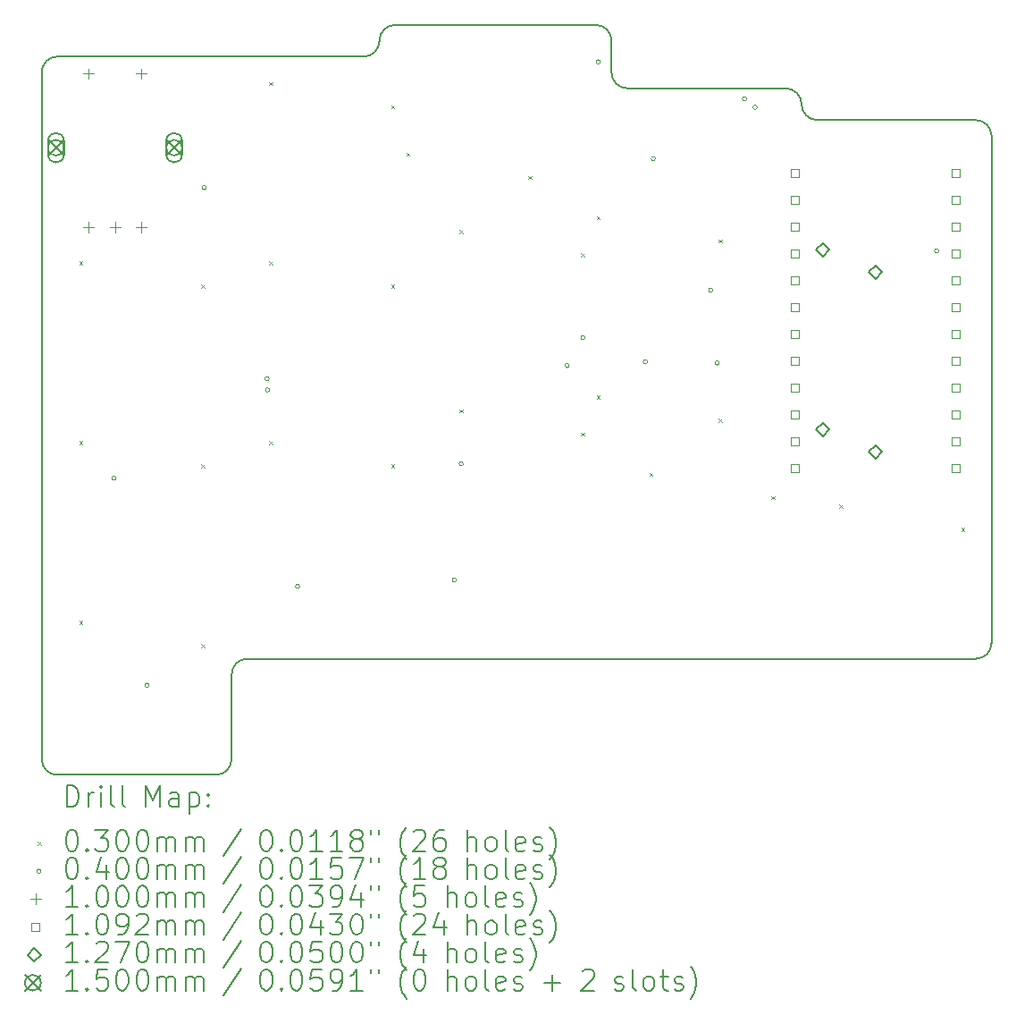
<source format=gbr>
%TF.GenerationSoftware,KiCad,Pcbnew,(7.0.0-0)*%
%TF.CreationDate,2023-02-22T17:50:16+08:00*%
%TF.ProjectId,left,6c656674-2e6b-4696-9361-645f70636258,v1.0.0*%
%TF.SameCoordinates,Original*%
%TF.FileFunction,Drillmap*%
%TF.FilePolarity,Positive*%
%FSLAX45Y45*%
G04 Gerber Fmt 4.5, Leading zero omitted, Abs format (unit mm)*
G04 Created by KiCad (PCBNEW (7.0.0-0)) date 2023-02-22 17:50:16*
%MOMM*%
%LPD*%
G01*
G04 APERTURE LIST*
%ADD10C,0.150000*%
%ADD11C,0.200000*%
%ADD12C,0.030000*%
%ADD13C,0.040000*%
%ADD14C,0.100000*%
%ADD15C,0.109220*%
%ADD16C,0.127000*%
G04 APERTURE END LIST*
D10*
X-551000Y-850000D02*
X951000Y-850000D01*
X1100000Y-701000D02*
X1100000Y101000D01*
X-551000Y5950000D02*
X2351000Y5950000D01*
X4700000Y5799000D02*
X4700000Y6101000D01*
X4551000Y6250000D02*
X2649000Y6250000D01*
X2500000Y6101000D02*
X2500000Y6099000D01*
X6500000Y5499000D02*
X6500000Y5501000D01*
X6351000Y5650000D02*
X4849000Y5650000D01*
X1249000Y250000D02*
X8151000Y250000D01*
X8300000Y399000D02*
X8300000Y5201000D01*
X8151000Y5350000D02*
X6649000Y5350000D01*
X-700000Y-701000D02*
X-700000Y5801000D01*
X951000Y-850000D02*
G75*
G03*
X1100000Y-701000I0J149000D01*
G01*
X1249000Y250000D02*
G75*
G03*
X1100000Y101000I0J-149000D01*
G01*
X8151000Y250000D02*
G75*
G03*
X8300000Y399000I0J149000D01*
G01*
X8300000Y5201000D02*
G75*
G03*
X8151000Y5350000I-149000J0D01*
G01*
X6500000Y5499000D02*
G75*
G03*
X6649000Y5350000I149000J0D01*
G01*
X6500000Y5501000D02*
G75*
G03*
X6351000Y5650000I-149000J0D01*
G01*
X4700000Y5799000D02*
G75*
G03*
X4849000Y5650000I149000J0D01*
G01*
X4700000Y6101000D02*
G75*
G03*
X4551000Y6250000I-149000J0D01*
G01*
X2649000Y6250000D02*
G75*
G03*
X2500000Y6101000I0J-149000D01*
G01*
X2351000Y5950000D02*
G75*
G03*
X2500000Y6099000I0J149000D01*
G01*
X-551000Y5950000D02*
G75*
G03*
X-700000Y5801000I0J-149000D01*
G01*
X-700000Y-701000D02*
G75*
G03*
X-551000Y-850000I149000J0D01*
G01*
D11*
D12*
X-342500Y4010000D02*
X-312500Y3980000D01*
X-312500Y4010000D02*
X-342500Y3980000D01*
X-342500Y2310000D02*
X-312500Y2280000D01*
X-312500Y2310000D02*
X-342500Y2280000D01*
X-342500Y610000D02*
X-312500Y580000D01*
X-312500Y610000D02*
X-342500Y580000D01*
X812500Y3790000D02*
X842500Y3760000D01*
X842500Y3790000D02*
X812500Y3760000D01*
X812500Y2090000D02*
X842500Y2060000D01*
X842500Y2090000D02*
X812500Y2060000D01*
X812500Y390000D02*
X842500Y360000D01*
X842500Y390000D02*
X812500Y360000D01*
X1457500Y5710000D02*
X1487500Y5680000D01*
X1487500Y5710000D02*
X1457500Y5680000D01*
X1457500Y4010000D02*
X1487500Y3980000D01*
X1487500Y4010000D02*
X1457500Y3980000D01*
X1457500Y2310000D02*
X1487500Y2280000D01*
X1487500Y2310000D02*
X1457500Y2280000D01*
X2612500Y5490000D02*
X2642500Y5460000D01*
X2642500Y5490000D02*
X2612500Y5460000D01*
X2612500Y3790000D02*
X2642500Y3760000D01*
X2642500Y3790000D02*
X2612500Y3760000D01*
X2612500Y2090000D02*
X2642500Y2060000D01*
X2642500Y2090000D02*
X2612500Y2060000D01*
X2757500Y5040000D02*
X2787500Y5010000D01*
X2787500Y5040000D02*
X2757500Y5010000D01*
X3257500Y4310000D02*
X3287500Y4280000D01*
X3287500Y4310000D02*
X3257500Y4280000D01*
X3257500Y2610000D02*
X3287500Y2580000D01*
X3287500Y2610000D02*
X3257500Y2580000D01*
X3912500Y4820000D02*
X3942500Y4790000D01*
X3942500Y4820000D02*
X3912500Y4790000D01*
X4412500Y4090000D02*
X4442500Y4060000D01*
X4442500Y4090000D02*
X4412500Y4060000D01*
X4412500Y2390000D02*
X4442500Y2360000D01*
X4442500Y2390000D02*
X4412500Y2360000D01*
X4557500Y4440000D02*
X4587500Y4410000D01*
X4587500Y4440000D02*
X4557500Y4410000D01*
X4557500Y2740000D02*
X4587500Y2710000D01*
X4587500Y2740000D02*
X4557500Y2710000D01*
X5057500Y2010000D02*
X5087500Y1980000D01*
X5087500Y2010000D02*
X5057500Y1980000D01*
X5712500Y4220000D02*
X5742500Y4190000D01*
X5742500Y4220000D02*
X5712500Y4190000D01*
X5712500Y2520000D02*
X5742500Y2490000D01*
X5742500Y2520000D02*
X5712500Y2490000D01*
X6212500Y1790000D02*
X6242500Y1760000D01*
X6242500Y1790000D02*
X6212500Y1760000D01*
X6857500Y1710000D02*
X6887500Y1680000D01*
X6887500Y1710000D02*
X6857500Y1680000D01*
X8012500Y1490000D02*
X8042500Y1460000D01*
X8042500Y1490000D02*
X8012500Y1460000D01*
D13*
X5000Y1960000D02*
G75*
G03*
X5000Y1960000I-20000J0D01*
G01*
X320000Y0D02*
G75*
G03*
X320000Y0I-20000J0D01*
G01*
X860000Y4710000D02*
G75*
G03*
X860000Y4710000I-20000J0D01*
G01*
X1455000Y2900000D02*
G75*
G03*
X1455000Y2900000I-20000J0D01*
G01*
X1460000Y2795000D02*
G75*
G03*
X1460000Y2795000I-20000J0D01*
G01*
X1745000Y935000D02*
G75*
G03*
X1745000Y935000I-20000J0D01*
G01*
X3230000Y995000D02*
G75*
G03*
X3230000Y995000I-20000J0D01*
G01*
X3295000Y2095000D02*
G75*
G03*
X3295000Y2095000I-20000J0D01*
G01*
X4300000Y3025000D02*
G75*
G03*
X4300000Y3025000I-20000J0D01*
G01*
X4450000Y3290000D02*
G75*
G03*
X4450000Y3290000I-20000J0D01*
G01*
X4595000Y5900000D02*
G75*
G03*
X4595000Y5900000I-20000J0D01*
G01*
X5040000Y3060000D02*
G75*
G03*
X5040000Y3060000I-20000J0D01*
G01*
X5115000Y4985000D02*
G75*
G03*
X5115000Y4985000I-20000J0D01*
G01*
X5660000Y3740000D02*
G75*
G03*
X5660000Y3740000I-20000J0D01*
G01*
X5720000Y3050000D02*
G75*
G03*
X5720000Y3050000I-20000J0D01*
G01*
X5980000Y5550000D02*
G75*
G03*
X5980000Y5550000I-20000J0D01*
G01*
X6080000Y5470000D02*
G75*
G03*
X6080000Y5470000I-20000J0D01*
G01*
X7800000Y4110000D02*
G75*
G03*
X7800000Y4110000I-20000J0D01*
G01*
D14*
X-254000Y5838000D02*
X-254000Y5738000D01*
X-304000Y5788000D02*
X-204000Y5788000D01*
X-254000Y4388000D02*
X-254000Y4288000D01*
X-304000Y4338000D02*
X-204000Y4338000D01*
X-4000Y4388000D02*
X-4000Y4288000D01*
X-54000Y4338000D02*
X46000Y4338000D01*
X246000Y5838000D02*
X246000Y5738000D01*
X196000Y5788000D02*
X296000Y5788000D01*
X246000Y4388000D02*
X246000Y4288000D01*
X196000Y4338000D02*
X296000Y4338000D01*
D15*
X6476615Y4808385D02*
X6476615Y4885616D01*
X6399384Y4885616D01*
X6399384Y4808385D01*
X6476615Y4808385D01*
X6476615Y4554385D02*
X6476615Y4631616D01*
X6399384Y4631616D01*
X6399384Y4554385D01*
X6476615Y4554385D01*
X6476615Y4300385D02*
X6476615Y4377616D01*
X6399384Y4377616D01*
X6399384Y4300385D01*
X6476615Y4300385D01*
X6476615Y4046384D02*
X6476615Y4123615D01*
X6399384Y4123615D01*
X6399384Y4046384D01*
X6476615Y4046384D01*
X6476615Y3792384D02*
X6476615Y3869615D01*
X6399384Y3869615D01*
X6399384Y3792384D01*
X6476615Y3792384D01*
X6476615Y3538384D02*
X6476615Y3615615D01*
X6399384Y3615615D01*
X6399384Y3538384D01*
X6476615Y3538384D01*
X6476615Y3284384D02*
X6476615Y3361615D01*
X6399384Y3361615D01*
X6399384Y3284384D01*
X6476615Y3284384D01*
X6476615Y3030384D02*
X6476615Y3107615D01*
X6399384Y3107615D01*
X6399384Y3030384D01*
X6476615Y3030384D01*
X6476615Y2776385D02*
X6476615Y2853615D01*
X6399384Y2853615D01*
X6399384Y2776385D01*
X6476615Y2776385D01*
X6476615Y2522385D02*
X6476615Y2599616D01*
X6399384Y2599616D01*
X6399384Y2522385D01*
X6476615Y2522385D01*
X6476615Y2268385D02*
X6476615Y2345616D01*
X6399384Y2345616D01*
X6399384Y2268385D01*
X6476615Y2268385D01*
X6476615Y2014384D02*
X6476615Y2091615D01*
X6399384Y2091615D01*
X6399384Y2014384D01*
X6476615Y2014384D01*
X8000615Y4808385D02*
X8000615Y4885616D01*
X7923384Y4885616D01*
X7923384Y4808385D01*
X8000615Y4808385D01*
X8000615Y4554385D02*
X8000615Y4631616D01*
X7923384Y4631616D01*
X7923384Y4554385D01*
X8000615Y4554385D01*
X8000615Y4300385D02*
X8000615Y4377616D01*
X7923384Y4377616D01*
X7923384Y4300385D01*
X8000615Y4300385D01*
X8000615Y4046384D02*
X8000615Y4123615D01*
X7923384Y4123615D01*
X7923384Y4046384D01*
X8000615Y4046384D01*
X8000615Y3792384D02*
X8000615Y3869615D01*
X7923384Y3869615D01*
X7923384Y3792384D01*
X8000615Y3792384D01*
X8000615Y3538384D02*
X8000615Y3615615D01*
X7923384Y3615615D01*
X7923384Y3538384D01*
X8000615Y3538384D01*
X8000615Y3284384D02*
X8000615Y3361615D01*
X7923384Y3361615D01*
X7923384Y3284384D01*
X8000615Y3284384D01*
X8000615Y3030384D02*
X8000615Y3107615D01*
X7923384Y3107615D01*
X7923384Y3030384D01*
X8000615Y3030384D01*
X8000615Y2776385D02*
X8000615Y2853615D01*
X7923384Y2853615D01*
X7923384Y2776385D01*
X8000615Y2776385D01*
X8000615Y2522385D02*
X8000615Y2599616D01*
X7923384Y2599616D01*
X7923384Y2522385D01*
X8000615Y2522385D01*
X8000615Y2268385D02*
X8000615Y2345616D01*
X7923384Y2345616D01*
X7923384Y2268385D01*
X8000615Y2268385D01*
X8000615Y2014384D02*
X8000615Y2091615D01*
X7923384Y2091615D01*
X7923384Y2014384D01*
X8000615Y2014384D01*
D16*
X6700000Y4056500D02*
X6763500Y4120000D01*
X6700000Y4183500D01*
X6636500Y4120000D01*
X6700000Y4056500D01*
X6700000Y2356500D02*
X6763500Y2420000D01*
X6700000Y2483500D01*
X6636500Y2420000D01*
X6700000Y2356500D01*
X7200000Y3846500D02*
X7263500Y3910000D01*
X7200000Y3973500D01*
X7136500Y3910000D01*
X7200000Y3846500D01*
X7200000Y2146500D02*
X7263500Y2210000D01*
X7200000Y2273500D01*
X7136500Y2210000D01*
X7200000Y2146500D01*
D10*
X-639000Y5163000D02*
X-489000Y5013000D01*
X-489000Y5163000D02*
X-639000Y5013000D01*
X-489000Y5088000D02*
G75*
G03*
X-489000Y5088000I-75000J0D01*
G01*
D11*
X-489000Y5023000D02*
X-489000Y5153000D01*
X-489000Y5153000D02*
G75*
G03*
X-639000Y5153000I-75000J0D01*
G01*
X-639000Y5153000D02*
X-639000Y5023000D01*
X-639000Y5023000D02*
G75*
G03*
X-489000Y5023000I75000J0D01*
G01*
D10*
X481000Y5163000D02*
X631000Y5013000D01*
X631000Y5163000D02*
X481000Y5013000D01*
X631000Y5088000D02*
G75*
G03*
X631000Y5088000I-75000J0D01*
G01*
D11*
X631000Y5023000D02*
X631000Y5153000D01*
X631000Y5153000D02*
G75*
G03*
X481000Y5153000I-75000J0D01*
G01*
X481000Y5153000D02*
X481000Y5023000D01*
X481000Y5023000D02*
G75*
G03*
X631000Y5023000I75000J0D01*
G01*
X-459881Y-1150976D02*
X-459881Y-950976D01*
X-459881Y-950976D02*
X-412262Y-950976D01*
X-412262Y-950976D02*
X-383690Y-960500D01*
X-383690Y-960500D02*
X-364643Y-979548D01*
X-364643Y-979548D02*
X-355119Y-998595D01*
X-355119Y-998595D02*
X-345595Y-1036690D01*
X-345595Y-1036690D02*
X-345595Y-1065262D01*
X-345595Y-1065262D02*
X-355119Y-1103357D01*
X-355119Y-1103357D02*
X-364643Y-1122405D01*
X-364643Y-1122405D02*
X-383690Y-1141452D01*
X-383690Y-1141452D02*
X-412262Y-1150976D01*
X-412262Y-1150976D02*
X-459881Y-1150976D01*
X-259881Y-1150976D02*
X-259881Y-1017643D01*
X-259881Y-1055738D02*
X-250357Y-1036690D01*
X-250357Y-1036690D02*
X-240833Y-1027167D01*
X-240833Y-1027167D02*
X-221786Y-1017643D01*
X-221786Y-1017643D02*
X-202738Y-1017643D01*
X-136071Y-1150976D02*
X-136071Y-1017643D01*
X-136071Y-950976D02*
X-145595Y-960500D01*
X-145595Y-960500D02*
X-136071Y-970024D01*
X-136071Y-970024D02*
X-126548Y-960500D01*
X-126548Y-960500D02*
X-136071Y-950976D01*
X-136071Y-950976D02*
X-136071Y-970024D01*
X-12262Y-1150976D02*
X-31309Y-1141452D01*
X-31309Y-1141452D02*
X-40833Y-1122405D01*
X-40833Y-1122405D02*
X-40833Y-950976D01*
X92500Y-1150976D02*
X73452Y-1141452D01*
X73452Y-1141452D02*
X63928Y-1122405D01*
X63928Y-1122405D02*
X63928Y-950976D01*
X288690Y-1150976D02*
X288690Y-950976D01*
X288690Y-950976D02*
X355357Y-1093833D01*
X355357Y-1093833D02*
X422024Y-950976D01*
X422024Y-950976D02*
X422024Y-1150976D01*
X602976Y-1150976D02*
X602976Y-1046214D01*
X602976Y-1046214D02*
X593452Y-1027167D01*
X593452Y-1027167D02*
X574405Y-1017643D01*
X574405Y-1017643D02*
X536309Y-1017643D01*
X536309Y-1017643D02*
X517262Y-1027167D01*
X602976Y-1141452D02*
X583929Y-1150976D01*
X583929Y-1150976D02*
X536309Y-1150976D01*
X536309Y-1150976D02*
X517262Y-1141452D01*
X517262Y-1141452D02*
X507738Y-1122405D01*
X507738Y-1122405D02*
X507738Y-1103357D01*
X507738Y-1103357D02*
X517262Y-1084310D01*
X517262Y-1084310D02*
X536309Y-1074786D01*
X536309Y-1074786D02*
X583929Y-1074786D01*
X583929Y-1074786D02*
X602976Y-1065262D01*
X698214Y-1017643D02*
X698214Y-1217643D01*
X698214Y-1027167D02*
X717262Y-1017643D01*
X717262Y-1017643D02*
X755357Y-1017643D01*
X755357Y-1017643D02*
X774405Y-1027167D01*
X774405Y-1027167D02*
X783928Y-1036690D01*
X783928Y-1036690D02*
X793452Y-1055738D01*
X793452Y-1055738D02*
X793452Y-1112881D01*
X793452Y-1112881D02*
X783928Y-1131929D01*
X783928Y-1131929D02*
X774405Y-1141452D01*
X774405Y-1141452D02*
X755357Y-1150976D01*
X755357Y-1150976D02*
X717262Y-1150976D01*
X717262Y-1150976D02*
X698214Y-1141452D01*
X879167Y-1131929D02*
X888690Y-1141452D01*
X888690Y-1141452D02*
X879167Y-1150976D01*
X879167Y-1150976D02*
X869643Y-1141452D01*
X869643Y-1141452D02*
X879167Y-1131929D01*
X879167Y-1131929D02*
X879167Y-1150976D01*
X879167Y-1027167D02*
X888690Y-1036690D01*
X888690Y-1036690D02*
X879167Y-1046214D01*
X879167Y-1046214D02*
X869643Y-1036690D01*
X869643Y-1036690D02*
X879167Y-1027167D01*
X879167Y-1027167D02*
X879167Y-1046214D01*
D12*
X-737500Y-1482500D02*
X-707500Y-1512500D01*
X-707500Y-1482500D02*
X-737500Y-1512500D01*
D11*
X-421786Y-1370976D02*
X-402738Y-1370976D01*
X-402738Y-1370976D02*
X-383690Y-1380500D01*
X-383690Y-1380500D02*
X-374167Y-1390024D01*
X-374167Y-1390024D02*
X-364643Y-1409071D01*
X-364643Y-1409071D02*
X-355119Y-1447167D01*
X-355119Y-1447167D02*
X-355119Y-1494786D01*
X-355119Y-1494786D02*
X-364643Y-1532881D01*
X-364643Y-1532881D02*
X-374167Y-1551928D01*
X-374167Y-1551928D02*
X-383690Y-1561452D01*
X-383690Y-1561452D02*
X-402738Y-1570976D01*
X-402738Y-1570976D02*
X-421786Y-1570976D01*
X-421786Y-1570976D02*
X-440833Y-1561452D01*
X-440833Y-1561452D02*
X-450357Y-1551928D01*
X-450357Y-1551928D02*
X-459881Y-1532881D01*
X-459881Y-1532881D02*
X-469405Y-1494786D01*
X-469405Y-1494786D02*
X-469405Y-1447167D01*
X-469405Y-1447167D02*
X-459881Y-1409071D01*
X-459881Y-1409071D02*
X-450357Y-1390024D01*
X-450357Y-1390024D02*
X-440833Y-1380500D01*
X-440833Y-1380500D02*
X-421786Y-1370976D01*
X-269405Y-1551928D02*
X-259881Y-1561452D01*
X-259881Y-1561452D02*
X-269405Y-1570976D01*
X-269405Y-1570976D02*
X-278929Y-1561452D01*
X-278929Y-1561452D02*
X-269405Y-1551928D01*
X-269405Y-1551928D02*
X-269405Y-1570976D01*
X-193214Y-1370976D02*
X-69405Y-1370976D01*
X-69405Y-1370976D02*
X-136071Y-1447167D01*
X-136071Y-1447167D02*
X-107500Y-1447167D01*
X-107500Y-1447167D02*
X-88452Y-1456690D01*
X-88452Y-1456690D02*
X-78929Y-1466214D01*
X-78929Y-1466214D02*
X-69405Y-1485262D01*
X-69405Y-1485262D02*
X-69405Y-1532881D01*
X-69405Y-1532881D02*
X-78929Y-1551928D01*
X-78929Y-1551928D02*
X-88452Y-1561452D01*
X-88452Y-1561452D02*
X-107500Y-1570976D01*
X-107500Y-1570976D02*
X-164643Y-1570976D01*
X-164643Y-1570976D02*
X-183690Y-1561452D01*
X-183690Y-1561452D02*
X-193214Y-1551928D01*
X54405Y-1370976D02*
X73452Y-1370976D01*
X73452Y-1370976D02*
X92500Y-1380500D01*
X92500Y-1380500D02*
X102024Y-1390024D01*
X102024Y-1390024D02*
X111548Y-1409071D01*
X111548Y-1409071D02*
X121071Y-1447167D01*
X121071Y-1447167D02*
X121071Y-1494786D01*
X121071Y-1494786D02*
X111548Y-1532881D01*
X111548Y-1532881D02*
X102024Y-1551928D01*
X102024Y-1551928D02*
X92500Y-1561452D01*
X92500Y-1561452D02*
X73452Y-1570976D01*
X73452Y-1570976D02*
X54405Y-1570976D01*
X54405Y-1570976D02*
X35357Y-1561452D01*
X35357Y-1561452D02*
X25833Y-1551928D01*
X25833Y-1551928D02*
X16309Y-1532881D01*
X16309Y-1532881D02*
X6786Y-1494786D01*
X6786Y-1494786D02*
X6786Y-1447167D01*
X6786Y-1447167D02*
X16309Y-1409071D01*
X16309Y-1409071D02*
X25833Y-1390024D01*
X25833Y-1390024D02*
X35357Y-1380500D01*
X35357Y-1380500D02*
X54405Y-1370976D01*
X244881Y-1370976D02*
X263929Y-1370976D01*
X263929Y-1370976D02*
X282976Y-1380500D01*
X282976Y-1380500D02*
X292500Y-1390024D01*
X292500Y-1390024D02*
X302024Y-1409071D01*
X302024Y-1409071D02*
X311548Y-1447167D01*
X311548Y-1447167D02*
X311548Y-1494786D01*
X311548Y-1494786D02*
X302024Y-1532881D01*
X302024Y-1532881D02*
X292500Y-1551928D01*
X292500Y-1551928D02*
X282976Y-1561452D01*
X282976Y-1561452D02*
X263929Y-1570976D01*
X263929Y-1570976D02*
X244881Y-1570976D01*
X244881Y-1570976D02*
X225833Y-1561452D01*
X225833Y-1561452D02*
X216309Y-1551928D01*
X216309Y-1551928D02*
X206786Y-1532881D01*
X206786Y-1532881D02*
X197262Y-1494786D01*
X197262Y-1494786D02*
X197262Y-1447167D01*
X197262Y-1447167D02*
X206786Y-1409071D01*
X206786Y-1409071D02*
X216309Y-1390024D01*
X216309Y-1390024D02*
X225833Y-1380500D01*
X225833Y-1380500D02*
X244881Y-1370976D01*
X397262Y-1570976D02*
X397262Y-1437643D01*
X397262Y-1456690D02*
X406786Y-1447167D01*
X406786Y-1447167D02*
X425833Y-1437643D01*
X425833Y-1437643D02*
X454405Y-1437643D01*
X454405Y-1437643D02*
X473452Y-1447167D01*
X473452Y-1447167D02*
X482976Y-1466214D01*
X482976Y-1466214D02*
X482976Y-1570976D01*
X482976Y-1466214D02*
X492500Y-1447167D01*
X492500Y-1447167D02*
X511548Y-1437643D01*
X511548Y-1437643D02*
X540119Y-1437643D01*
X540119Y-1437643D02*
X559167Y-1447167D01*
X559167Y-1447167D02*
X568691Y-1466214D01*
X568691Y-1466214D02*
X568691Y-1570976D01*
X663929Y-1570976D02*
X663929Y-1437643D01*
X663929Y-1456690D02*
X673452Y-1447167D01*
X673452Y-1447167D02*
X692500Y-1437643D01*
X692500Y-1437643D02*
X721071Y-1437643D01*
X721071Y-1437643D02*
X740119Y-1447167D01*
X740119Y-1447167D02*
X749643Y-1466214D01*
X749643Y-1466214D02*
X749643Y-1570976D01*
X749643Y-1466214D02*
X759167Y-1447167D01*
X759167Y-1447167D02*
X778214Y-1437643D01*
X778214Y-1437643D02*
X806786Y-1437643D01*
X806786Y-1437643D02*
X825833Y-1447167D01*
X825833Y-1447167D02*
X835357Y-1466214D01*
X835357Y-1466214D02*
X835357Y-1570976D01*
X1193452Y-1361452D02*
X1022024Y-1618595D01*
X1418214Y-1370976D02*
X1437262Y-1370976D01*
X1437262Y-1370976D02*
X1456310Y-1380500D01*
X1456310Y-1380500D02*
X1465833Y-1390024D01*
X1465833Y-1390024D02*
X1475357Y-1409071D01*
X1475357Y-1409071D02*
X1484881Y-1447167D01*
X1484881Y-1447167D02*
X1484881Y-1494786D01*
X1484881Y-1494786D02*
X1475357Y-1532881D01*
X1475357Y-1532881D02*
X1465833Y-1551928D01*
X1465833Y-1551928D02*
X1456310Y-1561452D01*
X1456310Y-1561452D02*
X1437262Y-1570976D01*
X1437262Y-1570976D02*
X1418214Y-1570976D01*
X1418214Y-1570976D02*
X1399167Y-1561452D01*
X1399167Y-1561452D02*
X1389643Y-1551928D01*
X1389643Y-1551928D02*
X1380119Y-1532881D01*
X1380119Y-1532881D02*
X1370595Y-1494786D01*
X1370595Y-1494786D02*
X1370595Y-1447167D01*
X1370595Y-1447167D02*
X1380119Y-1409071D01*
X1380119Y-1409071D02*
X1389643Y-1390024D01*
X1389643Y-1390024D02*
X1399167Y-1380500D01*
X1399167Y-1380500D02*
X1418214Y-1370976D01*
X1570595Y-1551928D02*
X1580119Y-1561452D01*
X1580119Y-1561452D02*
X1570595Y-1570976D01*
X1570595Y-1570976D02*
X1561071Y-1561452D01*
X1561071Y-1561452D02*
X1570595Y-1551928D01*
X1570595Y-1551928D02*
X1570595Y-1570976D01*
X1703929Y-1370976D02*
X1722976Y-1370976D01*
X1722976Y-1370976D02*
X1742024Y-1380500D01*
X1742024Y-1380500D02*
X1751548Y-1390024D01*
X1751548Y-1390024D02*
X1761071Y-1409071D01*
X1761071Y-1409071D02*
X1770595Y-1447167D01*
X1770595Y-1447167D02*
X1770595Y-1494786D01*
X1770595Y-1494786D02*
X1761071Y-1532881D01*
X1761071Y-1532881D02*
X1751548Y-1551928D01*
X1751548Y-1551928D02*
X1742024Y-1561452D01*
X1742024Y-1561452D02*
X1722976Y-1570976D01*
X1722976Y-1570976D02*
X1703929Y-1570976D01*
X1703929Y-1570976D02*
X1684881Y-1561452D01*
X1684881Y-1561452D02*
X1675357Y-1551928D01*
X1675357Y-1551928D02*
X1665833Y-1532881D01*
X1665833Y-1532881D02*
X1656310Y-1494786D01*
X1656310Y-1494786D02*
X1656310Y-1447167D01*
X1656310Y-1447167D02*
X1665833Y-1409071D01*
X1665833Y-1409071D02*
X1675357Y-1390024D01*
X1675357Y-1390024D02*
X1684881Y-1380500D01*
X1684881Y-1380500D02*
X1703929Y-1370976D01*
X1961071Y-1570976D02*
X1846786Y-1570976D01*
X1903929Y-1570976D02*
X1903929Y-1370976D01*
X1903929Y-1370976D02*
X1884881Y-1399548D01*
X1884881Y-1399548D02*
X1865833Y-1418595D01*
X1865833Y-1418595D02*
X1846786Y-1428119D01*
X2151548Y-1570976D02*
X2037262Y-1570976D01*
X2094405Y-1570976D02*
X2094405Y-1370976D01*
X2094405Y-1370976D02*
X2075357Y-1399548D01*
X2075357Y-1399548D02*
X2056310Y-1418595D01*
X2056310Y-1418595D02*
X2037262Y-1428119D01*
X2265833Y-1456690D02*
X2246786Y-1447167D01*
X2246786Y-1447167D02*
X2237262Y-1437643D01*
X2237262Y-1437643D02*
X2227738Y-1418595D01*
X2227738Y-1418595D02*
X2227738Y-1409071D01*
X2227738Y-1409071D02*
X2237262Y-1390024D01*
X2237262Y-1390024D02*
X2246786Y-1380500D01*
X2246786Y-1380500D02*
X2265833Y-1370976D01*
X2265833Y-1370976D02*
X2303929Y-1370976D01*
X2303929Y-1370976D02*
X2322976Y-1380500D01*
X2322976Y-1380500D02*
X2332500Y-1390024D01*
X2332500Y-1390024D02*
X2342024Y-1409071D01*
X2342024Y-1409071D02*
X2342024Y-1418595D01*
X2342024Y-1418595D02*
X2332500Y-1437643D01*
X2332500Y-1437643D02*
X2322976Y-1447167D01*
X2322976Y-1447167D02*
X2303929Y-1456690D01*
X2303929Y-1456690D02*
X2265833Y-1456690D01*
X2265833Y-1456690D02*
X2246786Y-1466214D01*
X2246786Y-1466214D02*
X2237262Y-1475738D01*
X2237262Y-1475738D02*
X2227738Y-1494786D01*
X2227738Y-1494786D02*
X2227738Y-1532881D01*
X2227738Y-1532881D02*
X2237262Y-1551928D01*
X2237262Y-1551928D02*
X2246786Y-1561452D01*
X2246786Y-1561452D02*
X2265833Y-1570976D01*
X2265833Y-1570976D02*
X2303929Y-1570976D01*
X2303929Y-1570976D02*
X2322976Y-1561452D01*
X2322976Y-1561452D02*
X2332500Y-1551928D01*
X2332500Y-1551928D02*
X2342024Y-1532881D01*
X2342024Y-1532881D02*
X2342024Y-1494786D01*
X2342024Y-1494786D02*
X2332500Y-1475738D01*
X2332500Y-1475738D02*
X2322976Y-1466214D01*
X2322976Y-1466214D02*
X2303929Y-1456690D01*
X2418214Y-1370976D02*
X2418214Y-1409071D01*
X2494405Y-1370976D02*
X2494405Y-1409071D01*
X2757262Y-1647167D02*
X2747738Y-1637643D01*
X2747738Y-1637643D02*
X2728691Y-1609071D01*
X2728691Y-1609071D02*
X2719167Y-1590024D01*
X2719167Y-1590024D02*
X2709643Y-1561452D01*
X2709643Y-1561452D02*
X2700119Y-1513833D01*
X2700119Y-1513833D02*
X2700119Y-1475738D01*
X2700119Y-1475738D02*
X2709643Y-1428119D01*
X2709643Y-1428119D02*
X2719167Y-1399548D01*
X2719167Y-1399548D02*
X2728691Y-1380500D01*
X2728691Y-1380500D02*
X2747738Y-1351929D01*
X2747738Y-1351929D02*
X2757262Y-1342405D01*
X2823929Y-1390024D02*
X2833452Y-1380500D01*
X2833452Y-1380500D02*
X2852500Y-1370976D01*
X2852500Y-1370976D02*
X2900119Y-1370976D01*
X2900119Y-1370976D02*
X2919167Y-1380500D01*
X2919167Y-1380500D02*
X2928691Y-1390024D01*
X2928691Y-1390024D02*
X2938214Y-1409071D01*
X2938214Y-1409071D02*
X2938214Y-1428119D01*
X2938214Y-1428119D02*
X2928691Y-1456690D01*
X2928691Y-1456690D02*
X2814405Y-1570976D01*
X2814405Y-1570976D02*
X2938214Y-1570976D01*
X3109643Y-1370976D02*
X3071548Y-1370976D01*
X3071548Y-1370976D02*
X3052500Y-1380500D01*
X3052500Y-1380500D02*
X3042976Y-1390024D01*
X3042976Y-1390024D02*
X3023929Y-1418595D01*
X3023929Y-1418595D02*
X3014405Y-1456690D01*
X3014405Y-1456690D02*
X3014405Y-1532881D01*
X3014405Y-1532881D02*
X3023929Y-1551928D01*
X3023929Y-1551928D02*
X3033452Y-1561452D01*
X3033452Y-1561452D02*
X3052500Y-1570976D01*
X3052500Y-1570976D02*
X3090595Y-1570976D01*
X3090595Y-1570976D02*
X3109643Y-1561452D01*
X3109643Y-1561452D02*
X3119167Y-1551928D01*
X3119167Y-1551928D02*
X3128691Y-1532881D01*
X3128691Y-1532881D02*
X3128691Y-1485262D01*
X3128691Y-1485262D02*
X3119167Y-1466214D01*
X3119167Y-1466214D02*
X3109643Y-1456690D01*
X3109643Y-1456690D02*
X3090595Y-1447167D01*
X3090595Y-1447167D02*
X3052500Y-1447167D01*
X3052500Y-1447167D02*
X3033452Y-1456690D01*
X3033452Y-1456690D02*
X3023929Y-1466214D01*
X3023929Y-1466214D02*
X3014405Y-1485262D01*
X3334405Y-1570976D02*
X3334405Y-1370976D01*
X3420119Y-1570976D02*
X3420119Y-1466214D01*
X3420119Y-1466214D02*
X3410595Y-1447167D01*
X3410595Y-1447167D02*
X3391548Y-1437643D01*
X3391548Y-1437643D02*
X3362976Y-1437643D01*
X3362976Y-1437643D02*
X3343929Y-1447167D01*
X3343929Y-1447167D02*
X3334405Y-1456690D01*
X3543929Y-1570976D02*
X3524881Y-1561452D01*
X3524881Y-1561452D02*
X3515357Y-1551928D01*
X3515357Y-1551928D02*
X3505833Y-1532881D01*
X3505833Y-1532881D02*
X3505833Y-1475738D01*
X3505833Y-1475738D02*
X3515357Y-1456690D01*
X3515357Y-1456690D02*
X3524881Y-1447167D01*
X3524881Y-1447167D02*
X3543929Y-1437643D01*
X3543929Y-1437643D02*
X3572500Y-1437643D01*
X3572500Y-1437643D02*
X3591548Y-1447167D01*
X3591548Y-1447167D02*
X3601072Y-1456690D01*
X3601072Y-1456690D02*
X3610595Y-1475738D01*
X3610595Y-1475738D02*
X3610595Y-1532881D01*
X3610595Y-1532881D02*
X3601072Y-1551928D01*
X3601072Y-1551928D02*
X3591548Y-1561452D01*
X3591548Y-1561452D02*
X3572500Y-1570976D01*
X3572500Y-1570976D02*
X3543929Y-1570976D01*
X3724881Y-1570976D02*
X3705833Y-1561452D01*
X3705833Y-1561452D02*
X3696310Y-1542405D01*
X3696310Y-1542405D02*
X3696310Y-1370976D01*
X3877262Y-1561452D02*
X3858214Y-1570976D01*
X3858214Y-1570976D02*
X3820119Y-1570976D01*
X3820119Y-1570976D02*
X3801072Y-1561452D01*
X3801072Y-1561452D02*
X3791548Y-1542405D01*
X3791548Y-1542405D02*
X3791548Y-1466214D01*
X3791548Y-1466214D02*
X3801072Y-1447167D01*
X3801072Y-1447167D02*
X3820119Y-1437643D01*
X3820119Y-1437643D02*
X3858214Y-1437643D01*
X3858214Y-1437643D02*
X3877262Y-1447167D01*
X3877262Y-1447167D02*
X3886786Y-1466214D01*
X3886786Y-1466214D02*
X3886786Y-1485262D01*
X3886786Y-1485262D02*
X3791548Y-1504309D01*
X3962976Y-1561452D02*
X3982024Y-1570976D01*
X3982024Y-1570976D02*
X4020119Y-1570976D01*
X4020119Y-1570976D02*
X4039167Y-1561452D01*
X4039167Y-1561452D02*
X4048691Y-1542405D01*
X4048691Y-1542405D02*
X4048691Y-1532881D01*
X4048691Y-1532881D02*
X4039167Y-1513833D01*
X4039167Y-1513833D02*
X4020119Y-1504309D01*
X4020119Y-1504309D02*
X3991548Y-1504309D01*
X3991548Y-1504309D02*
X3972500Y-1494786D01*
X3972500Y-1494786D02*
X3962976Y-1475738D01*
X3962976Y-1475738D02*
X3962976Y-1466214D01*
X3962976Y-1466214D02*
X3972500Y-1447167D01*
X3972500Y-1447167D02*
X3991548Y-1437643D01*
X3991548Y-1437643D02*
X4020119Y-1437643D01*
X4020119Y-1437643D02*
X4039167Y-1447167D01*
X4115357Y-1647167D02*
X4124881Y-1637643D01*
X4124881Y-1637643D02*
X4143929Y-1609071D01*
X4143929Y-1609071D02*
X4153453Y-1590024D01*
X4153453Y-1590024D02*
X4162976Y-1561452D01*
X4162976Y-1561452D02*
X4172500Y-1513833D01*
X4172500Y-1513833D02*
X4172500Y-1475738D01*
X4172500Y-1475738D02*
X4162976Y-1428119D01*
X4162976Y-1428119D02*
X4153453Y-1399548D01*
X4153453Y-1399548D02*
X4143929Y-1380500D01*
X4143929Y-1380500D02*
X4124881Y-1351929D01*
X4124881Y-1351929D02*
X4115357Y-1342405D01*
D13*
X-707500Y-1761500D02*
G75*
G03*
X-707500Y-1761500I-20000J0D01*
G01*
D11*
X-421786Y-1634976D02*
X-402738Y-1634976D01*
X-402738Y-1634976D02*
X-383690Y-1644500D01*
X-383690Y-1644500D02*
X-374167Y-1654024D01*
X-374167Y-1654024D02*
X-364643Y-1673071D01*
X-364643Y-1673071D02*
X-355119Y-1711167D01*
X-355119Y-1711167D02*
X-355119Y-1758786D01*
X-355119Y-1758786D02*
X-364643Y-1796881D01*
X-364643Y-1796881D02*
X-374167Y-1815928D01*
X-374167Y-1815928D02*
X-383690Y-1825452D01*
X-383690Y-1825452D02*
X-402738Y-1834976D01*
X-402738Y-1834976D02*
X-421786Y-1834976D01*
X-421786Y-1834976D02*
X-440833Y-1825452D01*
X-440833Y-1825452D02*
X-450357Y-1815928D01*
X-450357Y-1815928D02*
X-459881Y-1796881D01*
X-459881Y-1796881D02*
X-469405Y-1758786D01*
X-469405Y-1758786D02*
X-469405Y-1711167D01*
X-469405Y-1711167D02*
X-459881Y-1673071D01*
X-459881Y-1673071D02*
X-450357Y-1654024D01*
X-450357Y-1654024D02*
X-440833Y-1644500D01*
X-440833Y-1644500D02*
X-421786Y-1634976D01*
X-269405Y-1815928D02*
X-259881Y-1825452D01*
X-259881Y-1825452D02*
X-269405Y-1834976D01*
X-269405Y-1834976D02*
X-278929Y-1825452D01*
X-278929Y-1825452D02*
X-269405Y-1815928D01*
X-269405Y-1815928D02*
X-269405Y-1834976D01*
X-88452Y-1701643D02*
X-88452Y-1834976D01*
X-136071Y-1625452D02*
X-183690Y-1768309D01*
X-183690Y-1768309D02*
X-59881Y-1768309D01*
X54405Y-1634976D02*
X73452Y-1634976D01*
X73452Y-1634976D02*
X92500Y-1644500D01*
X92500Y-1644500D02*
X102024Y-1654024D01*
X102024Y-1654024D02*
X111548Y-1673071D01*
X111548Y-1673071D02*
X121071Y-1711167D01*
X121071Y-1711167D02*
X121071Y-1758786D01*
X121071Y-1758786D02*
X111548Y-1796881D01*
X111548Y-1796881D02*
X102024Y-1815928D01*
X102024Y-1815928D02*
X92500Y-1825452D01*
X92500Y-1825452D02*
X73452Y-1834976D01*
X73452Y-1834976D02*
X54405Y-1834976D01*
X54405Y-1834976D02*
X35357Y-1825452D01*
X35357Y-1825452D02*
X25833Y-1815928D01*
X25833Y-1815928D02*
X16309Y-1796881D01*
X16309Y-1796881D02*
X6786Y-1758786D01*
X6786Y-1758786D02*
X6786Y-1711167D01*
X6786Y-1711167D02*
X16309Y-1673071D01*
X16309Y-1673071D02*
X25833Y-1654024D01*
X25833Y-1654024D02*
X35357Y-1644500D01*
X35357Y-1644500D02*
X54405Y-1634976D01*
X244881Y-1634976D02*
X263929Y-1634976D01*
X263929Y-1634976D02*
X282976Y-1644500D01*
X282976Y-1644500D02*
X292500Y-1654024D01*
X292500Y-1654024D02*
X302024Y-1673071D01*
X302024Y-1673071D02*
X311548Y-1711167D01*
X311548Y-1711167D02*
X311548Y-1758786D01*
X311548Y-1758786D02*
X302024Y-1796881D01*
X302024Y-1796881D02*
X292500Y-1815928D01*
X292500Y-1815928D02*
X282976Y-1825452D01*
X282976Y-1825452D02*
X263929Y-1834976D01*
X263929Y-1834976D02*
X244881Y-1834976D01*
X244881Y-1834976D02*
X225833Y-1825452D01*
X225833Y-1825452D02*
X216309Y-1815928D01*
X216309Y-1815928D02*
X206786Y-1796881D01*
X206786Y-1796881D02*
X197262Y-1758786D01*
X197262Y-1758786D02*
X197262Y-1711167D01*
X197262Y-1711167D02*
X206786Y-1673071D01*
X206786Y-1673071D02*
X216309Y-1654024D01*
X216309Y-1654024D02*
X225833Y-1644500D01*
X225833Y-1644500D02*
X244881Y-1634976D01*
X397262Y-1834976D02*
X397262Y-1701643D01*
X397262Y-1720690D02*
X406786Y-1711167D01*
X406786Y-1711167D02*
X425833Y-1701643D01*
X425833Y-1701643D02*
X454405Y-1701643D01*
X454405Y-1701643D02*
X473452Y-1711167D01*
X473452Y-1711167D02*
X482976Y-1730214D01*
X482976Y-1730214D02*
X482976Y-1834976D01*
X482976Y-1730214D02*
X492500Y-1711167D01*
X492500Y-1711167D02*
X511548Y-1701643D01*
X511548Y-1701643D02*
X540119Y-1701643D01*
X540119Y-1701643D02*
X559167Y-1711167D01*
X559167Y-1711167D02*
X568691Y-1730214D01*
X568691Y-1730214D02*
X568691Y-1834976D01*
X663929Y-1834976D02*
X663929Y-1701643D01*
X663929Y-1720690D02*
X673452Y-1711167D01*
X673452Y-1711167D02*
X692500Y-1701643D01*
X692500Y-1701643D02*
X721071Y-1701643D01*
X721071Y-1701643D02*
X740119Y-1711167D01*
X740119Y-1711167D02*
X749643Y-1730214D01*
X749643Y-1730214D02*
X749643Y-1834976D01*
X749643Y-1730214D02*
X759167Y-1711167D01*
X759167Y-1711167D02*
X778214Y-1701643D01*
X778214Y-1701643D02*
X806786Y-1701643D01*
X806786Y-1701643D02*
X825833Y-1711167D01*
X825833Y-1711167D02*
X835357Y-1730214D01*
X835357Y-1730214D02*
X835357Y-1834976D01*
X1193452Y-1625452D02*
X1022024Y-1882595D01*
X1418214Y-1634976D02*
X1437262Y-1634976D01*
X1437262Y-1634976D02*
X1456310Y-1644500D01*
X1456310Y-1644500D02*
X1465833Y-1654024D01*
X1465833Y-1654024D02*
X1475357Y-1673071D01*
X1475357Y-1673071D02*
X1484881Y-1711167D01*
X1484881Y-1711167D02*
X1484881Y-1758786D01*
X1484881Y-1758786D02*
X1475357Y-1796881D01*
X1475357Y-1796881D02*
X1465833Y-1815928D01*
X1465833Y-1815928D02*
X1456310Y-1825452D01*
X1456310Y-1825452D02*
X1437262Y-1834976D01*
X1437262Y-1834976D02*
X1418214Y-1834976D01*
X1418214Y-1834976D02*
X1399167Y-1825452D01*
X1399167Y-1825452D02*
X1389643Y-1815928D01*
X1389643Y-1815928D02*
X1380119Y-1796881D01*
X1380119Y-1796881D02*
X1370595Y-1758786D01*
X1370595Y-1758786D02*
X1370595Y-1711167D01*
X1370595Y-1711167D02*
X1380119Y-1673071D01*
X1380119Y-1673071D02*
X1389643Y-1654024D01*
X1389643Y-1654024D02*
X1399167Y-1644500D01*
X1399167Y-1644500D02*
X1418214Y-1634976D01*
X1570595Y-1815928D02*
X1580119Y-1825452D01*
X1580119Y-1825452D02*
X1570595Y-1834976D01*
X1570595Y-1834976D02*
X1561071Y-1825452D01*
X1561071Y-1825452D02*
X1570595Y-1815928D01*
X1570595Y-1815928D02*
X1570595Y-1834976D01*
X1703929Y-1634976D02*
X1722976Y-1634976D01*
X1722976Y-1634976D02*
X1742024Y-1644500D01*
X1742024Y-1644500D02*
X1751548Y-1654024D01*
X1751548Y-1654024D02*
X1761071Y-1673071D01*
X1761071Y-1673071D02*
X1770595Y-1711167D01*
X1770595Y-1711167D02*
X1770595Y-1758786D01*
X1770595Y-1758786D02*
X1761071Y-1796881D01*
X1761071Y-1796881D02*
X1751548Y-1815928D01*
X1751548Y-1815928D02*
X1742024Y-1825452D01*
X1742024Y-1825452D02*
X1722976Y-1834976D01*
X1722976Y-1834976D02*
X1703929Y-1834976D01*
X1703929Y-1834976D02*
X1684881Y-1825452D01*
X1684881Y-1825452D02*
X1675357Y-1815928D01*
X1675357Y-1815928D02*
X1665833Y-1796881D01*
X1665833Y-1796881D02*
X1656310Y-1758786D01*
X1656310Y-1758786D02*
X1656310Y-1711167D01*
X1656310Y-1711167D02*
X1665833Y-1673071D01*
X1665833Y-1673071D02*
X1675357Y-1654024D01*
X1675357Y-1654024D02*
X1684881Y-1644500D01*
X1684881Y-1644500D02*
X1703929Y-1634976D01*
X1961071Y-1834976D02*
X1846786Y-1834976D01*
X1903929Y-1834976D02*
X1903929Y-1634976D01*
X1903929Y-1634976D02*
X1884881Y-1663548D01*
X1884881Y-1663548D02*
X1865833Y-1682595D01*
X1865833Y-1682595D02*
X1846786Y-1692119D01*
X2142024Y-1634976D02*
X2046786Y-1634976D01*
X2046786Y-1634976D02*
X2037262Y-1730214D01*
X2037262Y-1730214D02*
X2046786Y-1720690D01*
X2046786Y-1720690D02*
X2065833Y-1711167D01*
X2065833Y-1711167D02*
X2113453Y-1711167D01*
X2113453Y-1711167D02*
X2132500Y-1720690D01*
X2132500Y-1720690D02*
X2142024Y-1730214D01*
X2142024Y-1730214D02*
X2151548Y-1749262D01*
X2151548Y-1749262D02*
X2151548Y-1796881D01*
X2151548Y-1796881D02*
X2142024Y-1815928D01*
X2142024Y-1815928D02*
X2132500Y-1825452D01*
X2132500Y-1825452D02*
X2113453Y-1834976D01*
X2113453Y-1834976D02*
X2065833Y-1834976D01*
X2065833Y-1834976D02*
X2046786Y-1825452D01*
X2046786Y-1825452D02*
X2037262Y-1815928D01*
X2218214Y-1634976D02*
X2351548Y-1634976D01*
X2351548Y-1634976D02*
X2265833Y-1834976D01*
X2418214Y-1634976D02*
X2418214Y-1673071D01*
X2494405Y-1634976D02*
X2494405Y-1673071D01*
X2757262Y-1911167D02*
X2747738Y-1901643D01*
X2747738Y-1901643D02*
X2728691Y-1873071D01*
X2728691Y-1873071D02*
X2719167Y-1854024D01*
X2719167Y-1854024D02*
X2709643Y-1825452D01*
X2709643Y-1825452D02*
X2700119Y-1777833D01*
X2700119Y-1777833D02*
X2700119Y-1739738D01*
X2700119Y-1739738D02*
X2709643Y-1692119D01*
X2709643Y-1692119D02*
X2719167Y-1663548D01*
X2719167Y-1663548D02*
X2728691Y-1644500D01*
X2728691Y-1644500D02*
X2747738Y-1615928D01*
X2747738Y-1615928D02*
X2757262Y-1606405D01*
X2938214Y-1834976D02*
X2823929Y-1834976D01*
X2881071Y-1834976D02*
X2881071Y-1634976D01*
X2881071Y-1634976D02*
X2862024Y-1663548D01*
X2862024Y-1663548D02*
X2842976Y-1682595D01*
X2842976Y-1682595D02*
X2823929Y-1692119D01*
X3052500Y-1720690D02*
X3033452Y-1711167D01*
X3033452Y-1711167D02*
X3023929Y-1701643D01*
X3023929Y-1701643D02*
X3014405Y-1682595D01*
X3014405Y-1682595D02*
X3014405Y-1673071D01*
X3014405Y-1673071D02*
X3023929Y-1654024D01*
X3023929Y-1654024D02*
X3033452Y-1644500D01*
X3033452Y-1644500D02*
X3052500Y-1634976D01*
X3052500Y-1634976D02*
X3090595Y-1634976D01*
X3090595Y-1634976D02*
X3109643Y-1644500D01*
X3109643Y-1644500D02*
X3119167Y-1654024D01*
X3119167Y-1654024D02*
X3128691Y-1673071D01*
X3128691Y-1673071D02*
X3128691Y-1682595D01*
X3128691Y-1682595D02*
X3119167Y-1701643D01*
X3119167Y-1701643D02*
X3109643Y-1711167D01*
X3109643Y-1711167D02*
X3090595Y-1720690D01*
X3090595Y-1720690D02*
X3052500Y-1720690D01*
X3052500Y-1720690D02*
X3033452Y-1730214D01*
X3033452Y-1730214D02*
X3023929Y-1739738D01*
X3023929Y-1739738D02*
X3014405Y-1758786D01*
X3014405Y-1758786D02*
X3014405Y-1796881D01*
X3014405Y-1796881D02*
X3023929Y-1815928D01*
X3023929Y-1815928D02*
X3033452Y-1825452D01*
X3033452Y-1825452D02*
X3052500Y-1834976D01*
X3052500Y-1834976D02*
X3090595Y-1834976D01*
X3090595Y-1834976D02*
X3109643Y-1825452D01*
X3109643Y-1825452D02*
X3119167Y-1815928D01*
X3119167Y-1815928D02*
X3128691Y-1796881D01*
X3128691Y-1796881D02*
X3128691Y-1758786D01*
X3128691Y-1758786D02*
X3119167Y-1739738D01*
X3119167Y-1739738D02*
X3109643Y-1730214D01*
X3109643Y-1730214D02*
X3090595Y-1720690D01*
X3334405Y-1834976D02*
X3334405Y-1634976D01*
X3420119Y-1834976D02*
X3420119Y-1730214D01*
X3420119Y-1730214D02*
X3410595Y-1711167D01*
X3410595Y-1711167D02*
X3391548Y-1701643D01*
X3391548Y-1701643D02*
X3362976Y-1701643D01*
X3362976Y-1701643D02*
X3343929Y-1711167D01*
X3343929Y-1711167D02*
X3334405Y-1720690D01*
X3543929Y-1834976D02*
X3524881Y-1825452D01*
X3524881Y-1825452D02*
X3515357Y-1815928D01*
X3515357Y-1815928D02*
X3505833Y-1796881D01*
X3505833Y-1796881D02*
X3505833Y-1739738D01*
X3505833Y-1739738D02*
X3515357Y-1720690D01*
X3515357Y-1720690D02*
X3524881Y-1711167D01*
X3524881Y-1711167D02*
X3543929Y-1701643D01*
X3543929Y-1701643D02*
X3572500Y-1701643D01*
X3572500Y-1701643D02*
X3591548Y-1711167D01*
X3591548Y-1711167D02*
X3601072Y-1720690D01*
X3601072Y-1720690D02*
X3610595Y-1739738D01*
X3610595Y-1739738D02*
X3610595Y-1796881D01*
X3610595Y-1796881D02*
X3601072Y-1815928D01*
X3601072Y-1815928D02*
X3591548Y-1825452D01*
X3591548Y-1825452D02*
X3572500Y-1834976D01*
X3572500Y-1834976D02*
X3543929Y-1834976D01*
X3724881Y-1834976D02*
X3705833Y-1825452D01*
X3705833Y-1825452D02*
X3696310Y-1806405D01*
X3696310Y-1806405D02*
X3696310Y-1634976D01*
X3877262Y-1825452D02*
X3858214Y-1834976D01*
X3858214Y-1834976D02*
X3820119Y-1834976D01*
X3820119Y-1834976D02*
X3801072Y-1825452D01*
X3801072Y-1825452D02*
X3791548Y-1806405D01*
X3791548Y-1806405D02*
X3791548Y-1730214D01*
X3791548Y-1730214D02*
X3801072Y-1711167D01*
X3801072Y-1711167D02*
X3820119Y-1701643D01*
X3820119Y-1701643D02*
X3858214Y-1701643D01*
X3858214Y-1701643D02*
X3877262Y-1711167D01*
X3877262Y-1711167D02*
X3886786Y-1730214D01*
X3886786Y-1730214D02*
X3886786Y-1749262D01*
X3886786Y-1749262D02*
X3791548Y-1768309D01*
X3962976Y-1825452D02*
X3982024Y-1834976D01*
X3982024Y-1834976D02*
X4020119Y-1834976D01*
X4020119Y-1834976D02*
X4039167Y-1825452D01*
X4039167Y-1825452D02*
X4048691Y-1806405D01*
X4048691Y-1806405D02*
X4048691Y-1796881D01*
X4048691Y-1796881D02*
X4039167Y-1777833D01*
X4039167Y-1777833D02*
X4020119Y-1768309D01*
X4020119Y-1768309D02*
X3991548Y-1768309D01*
X3991548Y-1768309D02*
X3972500Y-1758786D01*
X3972500Y-1758786D02*
X3962976Y-1739738D01*
X3962976Y-1739738D02*
X3962976Y-1730214D01*
X3962976Y-1730214D02*
X3972500Y-1711167D01*
X3972500Y-1711167D02*
X3991548Y-1701643D01*
X3991548Y-1701643D02*
X4020119Y-1701643D01*
X4020119Y-1701643D02*
X4039167Y-1711167D01*
X4115357Y-1911167D02*
X4124881Y-1901643D01*
X4124881Y-1901643D02*
X4143929Y-1873071D01*
X4143929Y-1873071D02*
X4153453Y-1854024D01*
X4153453Y-1854024D02*
X4162976Y-1825452D01*
X4162976Y-1825452D02*
X4172500Y-1777833D01*
X4172500Y-1777833D02*
X4172500Y-1739738D01*
X4172500Y-1739738D02*
X4162976Y-1692119D01*
X4162976Y-1692119D02*
X4153453Y-1663548D01*
X4153453Y-1663548D02*
X4143929Y-1644500D01*
X4143929Y-1644500D02*
X4124881Y-1615928D01*
X4124881Y-1615928D02*
X4115357Y-1606405D01*
D14*
X-757500Y-1975500D02*
X-757500Y-2075500D01*
X-807500Y-2025500D02*
X-707500Y-2025500D01*
D11*
X-355119Y-2098976D02*
X-469405Y-2098976D01*
X-412262Y-2098976D02*
X-412262Y-1898976D01*
X-412262Y-1898976D02*
X-431309Y-1927548D01*
X-431309Y-1927548D02*
X-450357Y-1946595D01*
X-450357Y-1946595D02*
X-469405Y-1956119D01*
X-269405Y-2079928D02*
X-259881Y-2089452D01*
X-259881Y-2089452D02*
X-269405Y-2098976D01*
X-269405Y-2098976D02*
X-278929Y-2089452D01*
X-278929Y-2089452D02*
X-269405Y-2079928D01*
X-269405Y-2079928D02*
X-269405Y-2098976D01*
X-136071Y-1898976D02*
X-117024Y-1898976D01*
X-117024Y-1898976D02*
X-97976Y-1908500D01*
X-97976Y-1908500D02*
X-88452Y-1918024D01*
X-88452Y-1918024D02*
X-78929Y-1937071D01*
X-78929Y-1937071D02*
X-69405Y-1975167D01*
X-69405Y-1975167D02*
X-69405Y-2022786D01*
X-69405Y-2022786D02*
X-78929Y-2060881D01*
X-78929Y-2060881D02*
X-88452Y-2079928D01*
X-88452Y-2079928D02*
X-97976Y-2089452D01*
X-97976Y-2089452D02*
X-117024Y-2098976D01*
X-117024Y-2098976D02*
X-136071Y-2098976D01*
X-136071Y-2098976D02*
X-155119Y-2089452D01*
X-155119Y-2089452D02*
X-164643Y-2079928D01*
X-164643Y-2079928D02*
X-174167Y-2060881D01*
X-174167Y-2060881D02*
X-183690Y-2022786D01*
X-183690Y-2022786D02*
X-183690Y-1975167D01*
X-183690Y-1975167D02*
X-174167Y-1937071D01*
X-174167Y-1937071D02*
X-164643Y-1918024D01*
X-164643Y-1918024D02*
X-155119Y-1908500D01*
X-155119Y-1908500D02*
X-136071Y-1898976D01*
X54405Y-1898976D02*
X73452Y-1898976D01*
X73452Y-1898976D02*
X92500Y-1908500D01*
X92500Y-1908500D02*
X102024Y-1918024D01*
X102024Y-1918024D02*
X111548Y-1937071D01*
X111548Y-1937071D02*
X121071Y-1975167D01*
X121071Y-1975167D02*
X121071Y-2022786D01*
X121071Y-2022786D02*
X111548Y-2060881D01*
X111548Y-2060881D02*
X102024Y-2079928D01*
X102024Y-2079928D02*
X92500Y-2089452D01*
X92500Y-2089452D02*
X73452Y-2098976D01*
X73452Y-2098976D02*
X54405Y-2098976D01*
X54405Y-2098976D02*
X35357Y-2089452D01*
X35357Y-2089452D02*
X25833Y-2079928D01*
X25833Y-2079928D02*
X16309Y-2060881D01*
X16309Y-2060881D02*
X6786Y-2022786D01*
X6786Y-2022786D02*
X6786Y-1975167D01*
X6786Y-1975167D02*
X16309Y-1937071D01*
X16309Y-1937071D02*
X25833Y-1918024D01*
X25833Y-1918024D02*
X35357Y-1908500D01*
X35357Y-1908500D02*
X54405Y-1898976D01*
X244881Y-1898976D02*
X263929Y-1898976D01*
X263929Y-1898976D02*
X282976Y-1908500D01*
X282976Y-1908500D02*
X292500Y-1918024D01*
X292500Y-1918024D02*
X302024Y-1937071D01*
X302024Y-1937071D02*
X311548Y-1975167D01*
X311548Y-1975167D02*
X311548Y-2022786D01*
X311548Y-2022786D02*
X302024Y-2060881D01*
X302024Y-2060881D02*
X292500Y-2079928D01*
X292500Y-2079928D02*
X282976Y-2089452D01*
X282976Y-2089452D02*
X263929Y-2098976D01*
X263929Y-2098976D02*
X244881Y-2098976D01*
X244881Y-2098976D02*
X225833Y-2089452D01*
X225833Y-2089452D02*
X216309Y-2079928D01*
X216309Y-2079928D02*
X206786Y-2060881D01*
X206786Y-2060881D02*
X197262Y-2022786D01*
X197262Y-2022786D02*
X197262Y-1975167D01*
X197262Y-1975167D02*
X206786Y-1937071D01*
X206786Y-1937071D02*
X216309Y-1918024D01*
X216309Y-1918024D02*
X225833Y-1908500D01*
X225833Y-1908500D02*
X244881Y-1898976D01*
X397262Y-2098976D02*
X397262Y-1965643D01*
X397262Y-1984690D02*
X406786Y-1975167D01*
X406786Y-1975167D02*
X425833Y-1965643D01*
X425833Y-1965643D02*
X454405Y-1965643D01*
X454405Y-1965643D02*
X473452Y-1975167D01*
X473452Y-1975167D02*
X482976Y-1994214D01*
X482976Y-1994214D02*
X482976Y-2098976D01*
X482976Y-1994214D02*
X492500Y-1975167D01*
X492500Y-1975167D02*
X511548Y-1965643D01*
X511548Y-1965643D02*
X540119Y-1965643D01*
X540119Y-1965643D02*
X559167Y-1975167D01*
X559167Y-1975167D02*
X568691Y-1994214D01*
X568691Y-1994214D02*
X568691Y-2098976D01*
X663929Y-2098976D02*
X663929Y-1965643D01*
X663929Y-1984690D02*
X673452Y-1975167D01*
X673452Y-1975167D02*
X692500Y-1965643D01*
X692500Y-1965643D02*
X721071Y-1965643D01*
X721071Y-1965643D02*
X740119Y-1975167D01*
X740119Y-1975167D02*
X749643Y-1994214D01*
X749643Y-1994214D02*
X749643Y-2098976D01*
X749643Y-1994214D02*
X759167Y-1975167D01*
X759167Y-1975167D02*
X778214Y-1965643D01*
X778214Y-1965643D02*
X806786Y-1965643D01*
X806786Y-1965643D02*
X825833Y-1975167D01*
X825833Y-1975167D02*
X835357Y-1994214D01*
X835357Y-1994214D02*
X835357Y-2098976D01*
X1193452Y-1889452D02*
X1022024Y-2146595D01*
X1418214Y-1898976D02*
X1437262Y-1898976D01*
X1437262Y-1898976D02*
X1456310Y-1908500D01*
X1456310Y-1908500D02*
X1465833Y-1918024D01*
X1465833Y-1918024D02*
X1475357Y-1937071D01*
X1475357Y-1937071D02*
X1484881Y-1975167D01*
X1484881Y-1975167D02*
X1484881Y-2022786D01*
X1484881Y-2022786D02*
X1475357Y-2060881D01*
X1475357Y-2060881D02*
X1465833Y-2079928D01*
X1465833Y-2079928D02*
X1456310Y-2089452D01*
X1456310Y-2089452D02*
X1437262Y-2098976D01*
X1437262Y-2098976D02*
X1418214Y-2098976D01*
X1418214Y-2098976D02*
X1399167Y-2089452D01*
X1399167Y-2089452D02*
X1389643Y-2079928D01*
X1389643Y-2079928D02*
X1380119Y-2060881D01*
X1380119Y-2060881D02*
X1370595Y-2022786D01*
X1370595Y-2022786D02*
X1370595Y-1975167D01*
X1370595Y-1975167D02*
X1380119Y-1937071D01*
X1380119Y-1937071D02*
X1389643Y-1918024D01*
X1389643Y-1918024D02*
X1399167Y-1908500D01*
X1399167Y-1908500D02*
X1418214Y-1898976D01*
X1570595Y-2079928D02*
X1580119Y-2089452D01*
X1580119Y-2089452D02*
X1570595Y-2098976D01*
X1570595Y-2098976D02*
X1561071Y-2089452D01*
X1561071Y-2089452D02*
X1570595Y-2079928D01*
X1570595Y-2079928D02*
X1570595Y-2098976D01*
X1703929Y-1898976D02*
X1722976Y-1898976D01*
X1722976Y-1898976D02*
X1742024Y-1908500D01*
X1742024Y-1908500D02*
X1751548Y-1918024D01*
X1751548Y-1918024D02*
X1761071Y-1937071D01*
X1761071Y-1937071D02*
X1770595Y-1975167D01*
X1770595Y-1975167D02*
X1770595Y-2022786D01*
X1770595Y-2022786D02*
X1761071Y-2060881D01*
X1761071Y-2060881D02*
X1751548Y-2079928D01*
X1751548Y-2079928D02*
X1742024Y-2089452D01*
X1742024Y-2089452D02*
X1722976Y-2098976D01*
X1722976Y-2098976D02*
X1703929Y-2098976D01*
X1703929Y-2098976D02*
X1684881Y-2089452D01*
X1684881Y-2089452D02*
X1675357Y-2079928D01*
X1675357Y-2079928D02*
X1665833Y-2060881D01*
X1665833Y-2060881D02*
X1656310Y-2022786D01*
X1656310Y-2022786D02*
X1656310Y-1975167D01*
X1656310Y-1975167D02*
X1665833Y-1937071D01*
X1665833Y-1937071D02*
X1675357Y-1918024D01*
X1675357Y-1918024D02*
X1684881Y-1908500D01*
X1684881Y-1908500D02*
X1703929Y-1898976D01*
X1837262Y-1898976D02*
X1961071Y-1898976D01*
X1961071Y-1898976D02*
X1894405Y-1975167D01*
X1894405Y-1975167D02*
X1922976Y-1975167D01*
X1922976Y-1975167D02*
X1942024Y-1984690D01*
X1942024Y-1984690D02*
X1951548Y-1994214D01*
X1951548Y-1994214D02*
X1961071Y-2013262D01*
X1961071Y-2013262D02*
X1961071Y-2060881D01*
X1961071Y-2060881D02*
X1951548Y-2079928D01*
X1951548Y-2079928D02*
X1942024Y-2089452D01*
X1942024Y-2089452D02*
X1922976Y-2098976D01*
X1922976Y-2098976D02*
X1865833Y-2098976D01*
X1865833Y-2098976D02*
X1846786Y-2089452D01*
X1846786Y-2089452D02*
X1837262Y-2079928D01*
X2056310Y-2098976D02*
X2094405Y-2098976D01*
X2094405Y-2098976D02*
X2113453Y-2089452D01*
X2113453Y-2089452D02*
X2122976Y-2079928D01*
X2122976Y-2079928D02*
X2142024Y-2051357D01*
X2142024Y-2051357D02*
X2151548Y-2013262D01*
X2151548Y-2013262D02*
X2151548Y-1937071D01*
X2151548Y-1937071D02*
X2142024Y-1918024D01*
X2142024Y-1918024D02*
X2132500Y-1908500D01*
X2132500Y-1908500D02*
X2113453Y-1898976D01*
X2113453Y-1898976D02*
X2075357Y-1898976D01*
X2075357Y-1898976D02*
X2056310Y-1908500D01*
X2056310Y-1908500D02*
X2046786Y-1918024D01*
X2046786Y-1918024D02*
X2037262Y-1937071D01*
X2037262Y-1937071D02*
X2037262Y-1984690D01*
X2037262Y-1984690D02*
X2046786Y-2003738D01*
X2046786Y-2003738D02*
X2056310Y-2013262D01*
X2056310Y-2013262D02*
X2075357Y-2022786D01*
X2075357Y-2022786D02*
X2113453Y-2022786D01*
X2113453Y-2022786D02*
X2132500Y-2013262D01*
X2132500Y-2013262D02*
X2142024Y-2003738D01*
X2142024Y-2003738D02*
X2151548Y-1984690D01*
X2322976Y-1965643D02*
X2322976Y-2098976D01*
X2275357Y-1889452D02*
X2227738Y-2032309D01*
X2227738Y-2032309D02*
X2351548Y-2032309D01*
X2418214Y-1898976D02*
X2418214Y-1937071D01*
X2494405Y-1898976D02*
X2494405Y-1937071D01*
X2757262Y-2175167D02*
X2747738Y-2165643D01*
X2747738Y-2165643D02*
X2728691Y-2137071D01*
X2728691Y-2137071D02*
X2719167Y-2118024D01*
X2719167Y-2118024D02*
X2709643Y-2089452D01*
X2709643Y-2089452D02*
X2700119Y-2041833D01*
X2700119Y-2041833D02*
X2700119Y-2003738D01*
X2700119Y-2003738D02*
X2709643Y-1956119D01*
X2709643Y-1956119D02*
X2719167Y-1927548D01*
X2719167Y-1927548D02*
X2728691Y-1908500D01*
X2728691Y-1908500D02*
X2747738Y-1879928D01*
X2747738Y-1879928D02*
X2757262Y-1870405D01*
X2928691Y-1898976D02*
X2833452Y-1898976D01*
X2833452Y-1898976D02*
X2823929Y-1994214D01*
X2823929Y-1994214D02*
X2833452Y-1984690D01*
X2833452Y-1984690D02*
X2852500Y-1975167D01*
X2852500Y-1975167D02*
X2900119Y-1975167D01*
X2900119Y-1975167D02*
X2919167Y-1984690D01*
X2919167Y-1984690D02*
X2928691Y-1994214D01*
X2928691Y-1994214D02*
X2938214Y-2013262D01*
X2938214Y-2013262D02*
X2938214Y-2060881D01*
X2938214Y-2060881D02*
X2928691Y-2079928D01*
X2928691Y-2079928D02*
X2919167Y-2089452D01*
X2919167Y-2089452D02*
X2900119Y-2098976D01*
X2900119Y-2098976D02*
X2852500Y-2098976D01*
X2852500Y-2098976D02*
X2833452Y-2089452D01*
X2833452Y-2089452D02*
X2823929Y-2079928D01*
X3143929Y-2098976D02*
X3143929Y-1898976D01*
X3229643Y-2098976D02*
X3229643Y-1994214D01*
X3229643Y-1994214D02*
X3220119Y-1975167D01*
X3220119Y-1975167D02*
X3201072Y-1965643D01*
X3201072Y-1965643D02*
X3172500Y-1965643D01*
X3172500Y-1965643D02*
X3153452Y-1975167D01*
X3153452Y-1975167D02*
X3143929Y-1984690D01*
X3353452Y-2098976D02*
X3334405Y-2089452D01*
X3334405Y-2089452D02*
X3324881Y-2079928D01*
X3324881Y-2079928D02*
X3315357Y-2060881D01*
X3315357Y-2060881D02*
X3315357Y-2003738D01*
X3315357Y-2003738D02*
X3324881Y-1984690D01*
X3324881Y-1984690D02*
X3334405Y-1975167D01*
X3334405Y-1975167D02*
X3353452Y-1965643D01*
X3353452Y-1965643D02*
X3382024Y-1965643D01*
X3382024Y-1965643D02*
X3401072Y-1975167D01*
X3401072Y-1975167D02*
X3410595Y-1984690D01*
X3410595Y-1984690D02*
X3420119Y-2003738D01*
X3420119Y-2003738D02*
X3420119Y-2060881D01*
X3420119Y-2060881D02*
X3410595Y-2079928D01*
X3410595Y-2079928D02*
X3401072Y-2089452D01*
X3401072Y-2089452D02*
X3382024Y-2098976D01*
X3382024Y-2098976D02*
X3353452Y-2098976D01*
X3534405Y-2098976D02*
X3515357Y-2089452D01*
X3515357Y-2089452D02*
X3505833Y-2070405D01*
X3505833Y-2070405D02*
X3505833Y-1898976D01*
X3686786Y-2089452D02*
X3667738Y-2098976D01*
X3667738Y-2098976D02*
X3629643Y-2098976D01*
X3629643Y-2098976D02*
X3610595Y-2089452D01*
X3610595Y-2089452D02*
X3601072Y-2070405D01*
X3601072Y-2070405D02*
X3601072Y-1994214D01*
X3601072Y-1994214D02*
X3610595Y-1975167D01*
X3610595Y-1975167D02*
X3629643Y-1965643D01*
X3629643Y-1965643D02*
X3667738Y-1965643D01*
X3667738Y-1965643D02*
X3686786Y-1975167D01*
X3686786Y-1975167D02*
X3696310Y-1994214D01*
X3696310Y-1994214D02*
X3696310Y-2013262D01*
X3696310Y-2013262D02*
X3601072Y-2032309D01*
X3772500Y-2089452D02*
X3791548Y-2098976D01*
X3791548Y-2098976D02*
X3829643Y-2098976D01*
X3829643Y-2098976D02*
X3848691Y-2089452D01*
X3848691Y-2089452D02*
X3858214Y-2070405D01*
X3858214Y-2070405D02*
X3858214Y-2060881D01*
X3858214Y-2060881D02*
X3848691Y-2041833D01*
X3848691Y-2041833D02*
X3829643Y-2032309D01*
X3829643Y-2032309D02*
X3801072Y-2032309D01*
X3801072Y-2032309D02*
X3782024Y-2022786D01*
X3782024Y-2022786D02*
X3772500Y-2003738D01*
X3772500Y-2003738D02*
X3772500Y-1994214D01*
X3772500Y-1994214D02*
X3782024Y-1975167D01*
X3782024Y-1975167D02*
X3801072Y-1965643D01*
X3801072Y-1965643D02*
X3829643Y-1965643D01*
X3829643Y-1965643D02*
X3848691Y-1975167D01*
X3924881Y-2175167D02*
X3934405Y-2165643D01*
X3934405Y-2165643D02*
X3953453Y-2137071D01*
X3953453Y-2137071D02*
X3962976Y-2118024D01*
X3962976Y-2118024D02*
X3972500Y-2089452D01*
X3972500Y-2089452D02*
X3982024Y-2041833D01*
X3982024Y-2041833D02*
X3982024Y-2003738D01*
X3982024Y-2003738D02*
X3972500Y-1956119D01*
X3972500Y-1956119D02*
X3962976Y-1927548D01*
X3962976Y-1927548D02*
X3953453Y-1908500D01*
X3953453Y-1908500D02*
X3934405Y-1879928D01*
X3934405Y-1879928D02*
X3924881Y-1870405D01*
D15*
X-723494Y-2328116D02*
X-723494Y-2250885D01*
X-800725Y-2250885D01*
X-800725Y-2328116D01*
X-723494Y-2328116D01*
D11*
X-355119Y-2362976D02*
X-469405Y-2362976D01*
X-412262Y-2362976D02*
X-412262Y-2162976D01*
X-412262Y-2162976D02*
X-431309Y-2191548D01*
X-431309Y-2191548D02*
X-450357Y-2210595D01*
X-450357Y-2210595D02*
X-469405Y-2220119D01*
X-269405Y-2343929D02*
X-259881Y-2353452D01*
X-259881Y-2353452D02*
X-269405Y-2362976D01*
X-269405Y-2362976D02*
X-278929Y-2353452D01*
X-278929Y-2353452D02*
X-269405Y-2343929D01*
X-269405Y-2343929D02*
X-269405Y-2362976D01*
X-136071Y-2162976D02*
X-117024Y-2162976D01*
X-117024Y-2162976D02*
X-97976Y-2172500D01*
X-97976Y-2172500D02*
X-88452Y-2182024D01*
X-88452Y-2182024D02*
X-78929Y-2201071D01*
X-78929Y-2201071D02*
X-69405Y-2239167D01*
X-69405Y-2239167D02*
X-69405Y-2286786D01*
X-69405Y-2286786D02*
X-78929Y-2324881D01*
X-78929Y-2324881D02*
X-88452Y-2343929D01*
X-88452Y-2343929D02*
X-97976Y-2353452D01*
X-97976Y-2353452D02*
X-117024Y-2362976D01*
X-117024Y-2362976D02*
X-136071Y-2362976D01*
X-136071Y-2362976D02*
X-155119Y-2353452D01*
X-155119Y-2353452D02*
X-164643Y-2343929D01*
X-164643Y-2343929D02*
X-174167Y-2324881D01*
X-174167Y-2324881D02*
X-183690Y-2286786D01*
X-183690Y-2286786D02*
X-183690Y-2239167D01*
X-183690Y-2239167D02*
X-174167Y-2201071D01*
X-174167Y-2201071D02*
X-164643Y-2182024D01*
X-164643Y-2182024D02*
X-155119Y-2172500D01*
X-155119Y-2172500D02*
X-136071Y-2162976D01*
X25833Y-2362976D02*
X63928Y-2362976D01*
X63928Y-2362976D02*
X82976Y-2353452D01*
X82976Y-2353452D02*
X92500Y-2343929D01*
X92500Y-2343929D02*
X111548Y-2315357D01*
X111548Y-2315357D02*
X121071Y-2277262D01*
X121071Y-2277262D02*
X121071Y-2201071D01*
X121071Y-2201071D02*
X111548Y-2182024D01*
X111548Y-2182024D02*
X102024Y-2172500D01*
X102024Y-2172500D02*
X82976Y-2162976D01*
X82976Y-2162976D02*
X44881Y-2162976D01*
X44881Y-2162976D02*
X25833Y-2172500D01*
X25833Y-2172500D02*
X16309Y-2182024D01*
X16309Y-2182024D02*
X6786Y-2201071D01*
X6786Y-2201071D02*
X6786Y-2248690D01*
X6786Y-2248690D02*
X16309Y-2267738D01*
X16309Y-2267738D02*
X25833Y-2277262D01*
X25833Y-2277262D02*
X44881Y-2286786D01*
X44881Y-2286786D02*
X82976Y-2286786D01*
X82976Y-2286786D02*
X102024Y-2277262D01*
X102024Y-2277262D02*
X111548Y-2267738D01*
X111548Y-2267738D02*
X121071Y-2248690D01*
X197262Y-2182024D02*
X206786Y-2172500D01*
X206786Y-2172500D02*
X225833Y-2162976D01*
X225833Y-2162976D02*
X273452Y-2162976D01*
X273452Y-2162976D02*
X292500Y-2172500D01*
X292500Y-2172500D02*
X302024Y-2182024D01*
X302024Y-2182024D02*
X311548Y-2201071D01*
X311548Y-2201071D02*
X311548Y-2220119D01*
X311548Y-2220119D02*
X302024Y-2248690D01*
X302024Y-2248690D02*
X187738Y-2362976D01*
X187738Y-2362976D02*
X311548Y-2362976D01*
X397262Y-2362976D02*
X397262Y-2229643D01*
X397262Y-2248690D02*
X406786Y-2239167D01*
X406786Y-2239167D02*
X425833Y-2229643D01*
X425833Y-2229643D02*
X454405Y-2229643D01*
X454405Y-2229643D02*
X473452Y-2239167D01*
X473452Y-2239167D02*
X482976Y-2258214D01*
X482976Y-2258214D02*
X482976Y-2362976D01*
X482976Y-2258214D02*
X492500Y-2239167D01*
X492500Y-2239167D02*
X511548Y-2229643D01*
X511548Y-2229643D02*
X540119Y-2229643D01*
X540119Y-2229643D02*
X559167Y-2239167D01*
X559167Y-2239167D02*
X568691Y-2258214D01*
X568691Y-2258214D02*
X568691Y-2362976D01*
X663929Y-2362976D02*
X663929Y-2229643D01*
X663929Y-2248690D02*
X673452Y-2239167D01*
X673452Y-2239167D02*
X692500Y-2229643D01*
X692500Y-2229643D02*
X721071Y-2229643D01*
X721071Y-2229643D02*
X740119Y-2239167D01*
X740119Y-2239167D02*
X749643Y-2258214D01*
X749643Y-2258214D02*
X749643Y-2362976D01*
X749643Y-2258214D02*
X759167Y-2239167D01*
X759167Y-2239167D02*
X778214Y-2229643D01*
X778214Y-2229643D02*
X806786Y-2229643D01*
X806786Y-2229643D02*
X825833Y-2239167D01*
X825833Y-2239167D02*
X835357Y-2258214D01*
X835357Y-2258214D02*
X835357Y-2362976D01*
X1193452Y-2153452D02*
X1022024Y-2410595D01*
X1418214Y-2162976D02*
X1437262Y-2162976D01*
X1437262Y-2162976D02*
X1456310Y-2172500D01*
X1456310Y-2172500D02*
X1465833Y-2182024D01*
X1465833Y-2182024D02*
X1475357Y-2201071D01*
X1475357Y-2201071D02*
X1484881Y-2239167D01*
X1484881Y-2239167D02*
X1484881Y-2286786D01*
X1484881Y-2286786D02*
X1475357Y-2324881D01*
X1475357Y-2324881D02*
X1465833Y-2343929D01*
X1465833Y-2343929D02*
X1456310Y-2353452D01*
X1456310Y-2353452D02*
X1437262Y-2362976D01*
X1437262Y-2362976D02*
X1418214Y-2362976D01*
X1418214Y-2362976D02*
X1399167Y-2353452D01*
X1399167Y-2353452D02*
X1389643Y-2343929D01*
X1389643Y-2343929D02*
X1380119Y-2324881D01*
X1380119Y-2324881D02*
X1370595Y-2286786D01*
X1370595Y-2286786D02*
X1370595Y-2239167D01*
X1370595Y-2239167D02*
X1380119Y-2201071D01*
X1380119Y-2201071D02*
X1389643Y-2182024D01*
X1389643Y-2182024D02*
X1399167Y-2172500D01*
X1399167Y-2172500D02*
X1418214Y-2162976D01*
X1570595Y-2343929D02*
X1580119Y-2353452D01*
X1580119Y-2353452D02*
X1570595Y-2362976D01*
X1570595Y-2362976D02*
X1561071Y-2353452D01*
X1561071Y-2353452D02*
X1570595Y-2343929D01*
X1570595Y-2343929D02*
X1570595Y-2362976D01*
X1703929Y-2162976D02*
X1722976Y-2162976D01*
X1722976Y-2162976D02*
X1742024Y-2172500D01*
X1742024Y-2172500D02*
X1751548Y-2182024D01*
X1751548Y-2182024D02*
X1761071Y-2201071D01*
X1761071Y-2201071D02*
X1770595Y-2239167D01*
X1770595Y-2239167D02*
X1770595Y-2286786D01*
X1770595Y-2286786D02*
X1761071Y-2324881D01*
X1761071Y-2324881D02*
X1751548Y-2343929D01*
X1751548Y-2343929D02*
X1742024Y-2353452D01*
X1742024Y-2353452D02*
X1722976Y-2362976D01*
X1722976Y-2362976D02*
X1703929Y-2362976D01*
X1703929Y-2362976D02*
X1684881Y-2353452D01*
X1684881Y-2353452D02*
X1675357Y-2343929D01*
X1675357Y-2343929D02*
X1665833Y-2324881D01*
X1665833Y-2324881D02*
X1656310Y-2286786D01*
X1656310Y-2286786D02*
X1656310Y-2239167D01*
X1656310Y-2239167D02*
X1665833Y-2201071D01*
X1665833Y-2201071D02*
X1675357Y-2182024D01*
X1675357Y-2182024D02*
X1684881Y-2172500D01*
X1684881Y-2172500D02*
X1703929Y-2162976D01*
X1942024Y-2229643D02*
X1942024Y-2362976D01*
X1894405Y-2153452D02*
X1846786Y-2296310D01*
X1846786Y-2296310D02*
X1970595Y-2296310D01*
X2027738Y-2162976D02*
X2151548Y-2162976D01*
X2151548Y-2162976D02*
X2084881Y-2239167D01*
X2084881Y-2239167D02*
X2113453Y-2239167D01*
X2113453Y-2239167D02*
X2132500Y-2248690D01*
X2132500Y-2248690D02*
X2142024Y-2258214D01*
X2142024Y-2258214D02*
X2151548Y-2277262D01*
X2151548Y-2277262D02*
X2151548Y-2324881D01*
X2151548Y-2324881D02*
X2142024Y-2343929D01*
X2142024Y-2343929D02*
X2132500Y-2353452D01*
X2132500Y-2353452D02*
X2113453Y-2362976D01*
X2113453Y-2362976D02*
X2056310Y-2362976D01*
X2056310Y-2362976D02*
X2037262Y-2353452D01*
X2037262Y-2353452D02*
X2027738Y-2343929D01*
X2275357Y-2162976D02*
X2294405Y-2162976D01*
X2294405Y-2162976D02*
X2313453Y-2172500D01*
X2313453Y-2172500D02*
X2322976Y-2182024D01*
X2322976Y-2182024D02*
X2332500Y-2201071D01*
X2332500Y-2201071D02*
X2342024Y-2239167D01*
X2342024Y-2239167D02*
X2342024Y-2286786D01*
X2342024Y-2286786D02*
X2332500Y-2324881D01*
X2332500Y-2324881D02*
X2322976Y-2343929D01*
X2322976Y-2343929D02*
X2313453Y-2353452D01*
X2313453Y-2353452D02*
X2294405Y-2362976D01*
X2294405Y-2362976D02*
X2275357Y-2362976D01*
X2275357Y-2362976D02*
X2256310Y-2353452D01*
X2256310Y-2353452D02*
X2246786Y-2343929D01*
X2246786Y-2343929D02*
X2237262Y-2324881D01*
X2237262Y-2324881D02*
X2227738Y-2286786D01*
X2227738Y-2286786D02*
X2227738Y-2239167D01*
X2227738Y-2239167D02*
X2237262Y-2201071D01*
X2237262Y-2201071D02*
X2246786Y-2182024D01*
X2246786Y-2182024D02*
X2256310Y-2172500D01*
X2256310Y-2172500D02*
X2275357Y-2162976D01*
X2418214Y-2162976D02*
X2418214Y-2201071D01*
X2494405Y-2162976D02*
X2494405Y-2201071D01*
X2757262Y-2439167D02*
X2747738Y-2429643D01*
X2747738Y-2429643D02*
X2728691Y-2401071D01*
X2728691Y-2401071D02*
X2719167Y-2382024D01*
X2719167Y-2382024D02*
X2709643Y-2353452D01*
X2709643Y-2353452D02*
X2700119Y-2305833D01*
X2700119Y-2305833D02*
X2700119Y-2267738D01*
X2700119Y-2267738D02*
X2709643Y-2220119D01*
X2709643Y-2220119D02*
X2719167Y-2191548D01*
X2719167Y-2191548D02*
X2728691Y-2172500D01*
X2728691Y-2172500D02*
X2747738Y-2143929D01*
X2747738Y-2143929D02*
X2757262Y-2134405D01*
X2823929Y-2182024D02*
X2833452Y-2172500D01*
X2833452Y-2172500D02*
X2852500Y-2162976D01*
X2852500Y-2162976D02*
X2900119Y-2162976D01*
X2900119Y-2162976D02*
X2919167Y-2172500D01*
X2919167Y-2172500D02*
X2928691Y-2182024D01*
X2928691Y-2182024D02*
X2938214Y-2201071D01*
X2938214Y-2201071D02*
X2938214Y-2220119D01*
X2938214Y-2220119D02*
X2928691Y-2248690D01*
X2928691Y-2248690D02*
X2814405Y-2362976D01*
X2814405Y-2362976D02*
X2938214Y-2362976D01*
X3109643Y-2229643D02*
X3109643Y-2362976D01*
X3062024Y-2153452D02*
X3014405Y-2296310D01*
X3014405Y-2296310D02*
X3138214Y-2296310D01*
X3334405Y-2362976D02*
X3334405Y-2162976D01*
X3420119Y-2362976D02*
X3420119Y-2258214D01*
X3420119Y-2258214D02*
X3410595Y-2239167D01*
X3410595Y-2239167D02*
X3391548Y-2229643D01*
X3391548Y-2229643D02*
X3362976Y-2229643D01*
X3362976Y-2229643D02*
X3343929Y-2239167D01*
X3343929Y-2239167D02*
X3334405Y-2248690D01*
X3543929Y-2362976D02*
X3524881Y-2353452D01*
X3524881Y-2353452D02*
X3515357Y-2343929D01*
X3515357Y-2343929D02*
X3505833Y-2324881D01*
X3505833Y-2324881D02*
X3505833Y-2267738D01*
X3505833Y-2267738D02*
X3515357Y-2248690D01*
X3515357Y-2248690D02*
X3524881Y-2239167D01*
X3524881Y-2239167D02*
X3543929Y-2229643D01*
X3543929Y-2229643D02*
X3572500Y-2229643D01*
X3572500Y-2229643D02*
X3591548Y-2239167D01*
X3591548Y-2239167D02*
X3601072Y-2248690D01*
X3601072Y-2248690D02*
X3610595Y-2267738D01*
X3610595Y-2267738D02*
X3610595Y-2324881D01*
X3610595Y-2324881D02*
X3601072Y-2343929D01*
X3601072Y-2343929D02*
X3591548Y-2353452D01*
X3591548Y-2353452D02*
X3572500Y-2362976D01*
X3572500Y-2362976D02*
X3543929Y-2362976D01*
X3724881Y-2362976D02*
X3705833Y-2353452D01*
X3705833Y-2353452D02*
X3696310Y-2334405D01*
X3696310Y-2334405D02*
X3696310Y-2162976D01*
X3877262Y-2353452D02*
X3858214Y-2362976D01*
X3858214Y-2362976D02*
X3820119Y-2362976D01*
X3820119Y-2362976D02*
X3801072Y-2353452D01*
X3801072Y-2353452D02*
X3791548Y-2334405D01*
X3791548Y-2334405D02*
X3791548Y-2258214D01*
X3791548Y-2258214D02*
X3801072Y-2239167D01*
X3801072Y-2239167D02*
X3820119Y-2229643D01*
X3820119Y-2229643D02*
X3858214Y-2229643D01*
X3858214Y-2229643D02*
X3877262Y-2239167D01*
X3877262Y-2239167D02*
X3886786Y-2258214D01*
X3886786Y-2258214D02*
X3886786Y-2277262D01*
X3886786Y-2277262D02*
X3791548Y-2296310D01*
X3962976Y-2353452D02*
X3982024Y-2362976D01*
X3982024Y-2362976D02*
X4020119Y-2362976D01*
X4020119Y-2362976D02*
X4039167Y-2353452D01*
X4039167Y-2353452D02*
X4048691Y-2334405D01*
X4048691Y-2334405D02*
X4048691Y-2324881D01*
X4048691Y-2324881D02*
X4039167Y-2305833D01*
X4039167Y-2305833D02*
X4020119Y-2296310D01*
X4020119Y-2296310D02*
X3991548Y-2296310D01*
X3991548Y-2296310D02*
X3972500Y-2286786D01*
X3972500Y-2286786D02*
X3962976Y-2267738D01*
X3962976Y-2267738D02*
X3962976Y-2258214D01*
X3962976Y-2258214D02*
X3972500Y-2239167D01*
X3972500Y-2239167D02*
X3991548Y-2229643D01*
X3991548Y-2229643D02*
X4020119Y-2229643D01*
X4020119Y-2229643D02*
X4039167Y-2239167D01*
X4115357Y-2439167D02*
X4124881Y-2429643D01*
X4124881Y-2429643D02*
X4143929Y-2401071D01*
X4143929Y-2401071D02*
X4153453Y-2382024D01*
X4153453Y-2382024D02*
X4162976Y-2353452D01*
X4162976Y-2353452D02*
X4172500Y-2305833D01*
X4172500Y-2305833D02*
X4172500Y-2267738D01*
X4172500Y-2267738D02*
X4162976Y-2220119D01*
X4162976Y-2220119D02*
X4153453Y-2191548D01*
X4153453Y-2191548D02*
X4143929Y-2172500D01*
X4143929Y-2172500D02*
X4124881Y-2143929D01*
X4124881Y-2143929D02*
X4115357Y-2134405D01*
D16*
X-771000Y-2617000D02*
X-707500Y-2553500D01*
X-771000Y-2490000D01*
X-834500Y-2553500D01*
X-771000Y-2617000D01*
D11*
X-355119Y-2626976D02*
X-469405Y-2626976D01*
X-412262Y-2626976D02*
X-412262Y-2426976D01*
X-412262Y-2426976D02*
X-431309Y-2455548D01*
X-431309Y-2455548D02*
X-450357Y-2474595D01*
X-450357Y-2474595D02*
X-469405Y-2484119D01*
X-269405Y-2607929D02*
X-259881Y-2617452D01*
X-259881Y-2617452D02*
X-269405Y-2626976D01*
X-269405Y-2626976D02*
X-278929Y-2617452D01*
X-278929Y-2617452D02*
X-269405Y-2607929D01*
X-269405Y-2607929D02*
X-269405Y-2626976D01*
X-183690Y-2446024D02*
X-174167Y-2436500D01*
X-174167Y-2436500D02*
X-155119Y-2426976D01*
X-155119Y-2426976D02*
X-107500Y-2426976D01*
X-107500Y-2426976D02*
X-88452Y-2436500D01*
X-88452Y-2436500D02*
X-78929Y-2446024D01*
X-78929Y-2446024D02*
X-69405Y-2465071D01*
X-69405Y-2465071D02*
X-69405Y-2484119D01*
X-69405Y-2484119D02*
X-78929Y-2512690D01*
X-78929Y-2512690D02*
X-193214Y-2626976D01*
X-193214Y-2626976D02*
X-69405Y-2626976D01*
X-2738Y-2426976D02*
X130595Y-2426976D01*
X130595Y-2426976D02*
X44881Y-2626976D01*
X244881Y-2426976D02*
X263929Y-2426976D01*
X263929Y-2426976D02*
X282976Y-2436500D01*
X282976Y-2436500D02*
X292500Y-2446024D01*
X292500Y-2446024D02*
X302024Y-2465071D01*
X302024Y-2465071D02*
X311548Y-2503167D01*
X311548Y-2503167D02*
X311548Y-2550786D01*
X311548Y-2550786D02*
X302024Y-2588881D01*
X302024Y-2588881D02*
X292500Y-2607929D01*
X292500Y-2607929D02*
X282976Y-2617452D01*
X282976Y-2617452D02*
X263929Y-2626976D01*
X263929Y-2626976D02*
X244881Y-2626976D01*
X244881Y-2626976D02*
X225833Y-2617452D01*
X225833Y-2617452D02*
X216309Y-2607929D01*
X216309Y-2607929D02*
X206786Y-2588881D01*
X206786Y-2588881D02*
X197262Y-2550786D01*
X197262Y-2550786D02*
X197262Y-2503167D01*
X197262Y-2503167D02*
X206786Y-2465071D01*
X206786Y-2465071D02*
X216309Y-2446024D01*
X216309Y-2446024D02*
X225833Y-2436500D01*
X225833Y-2436500D02*
X244881Y-2426976D01*
X397262Y-2626976D02*
X397262Y-2493643D01*
X397262Y-2512690D02*
X406786Y-2503167D01*
X406786Y-2503167D02*
X425833Y-2493643D01*
X425833Y-2493643D02*
X454405Y-2493643D01*
X454405Y-2493643D02*
X473452Y-2503167D01*
X473452Y-2503167D02*
X482976Y-2522214D01*
X482976Y-2522214D02*
X482976Y-2626976D01*
X482976Y-2522214D02*
X492500Y-2503167D01*
X492500Y-2503167D02*
X511548Y-2493643D01*
X511548Y-2493643D02*
X540119Y-2493643D01*
X540119Y-2493643D02*
X559167Y-2503167D01*
X559167Y-2503167D02*
X568691Y-2522214D01*
X568691Y-2522214D02*
X568691Y-2626976D01*
X663929Y-2626976D02*
X663929Y-2493643D01*
X663929Y-2512690D02*
X673452Y-2503167D01*
X673452Y-2503167D02*
X692500Y-2493643D01*
X692500Y-2493643D02*
X721071Y-2493643D01*
X721071Y-2493643D02*
X740119Y-2503167D01*
X740119Y-2503167D02*
X749643Y-2522214D01*
X749643Y-2522214D02*
X749643Y-2626976D01*
X749643Y-2522214D02*
X759167Y-2503167D01*
X759167Y-2503167D02*
X778214Y-2493643D01*
X778214Y-2493643D02*
X806786Y-2493643D01*
X806786Y-2493643D02*
X825833Y-2503167D01*
X825833Y-2503167D02*
X835357Y-2522214D01*
X835357Y-2522214D02*
X835357Y-2626976D01*
X1193452Y-2417452D02*
X1022024Y-2674595D01*
X1418214Y-2426976D02*
X1437262Y-2426976D01*
X1437262Y-2426976D02*
X1456310Y-2436500D01*
X1456310Y-2436500D02*
X1465833Y-2446024D01*
X1465833Y-2446024D02*
X1475357Y-2465071D01*
X1475357Y-2465071D02*
X1484881Y-2503167D01*
X1484881Y-2503167D02*
X1484881Y-2550786D01*
X1484881Y-2550786D02*
X1475357Y-2588881D01*
X1475357Y-2588881D02*
X1465833Y-2607929D01*
X1465833Y-2607929D02*
X1456310Y-2617452D01*
X1456310Y-2617452D02*
X1437262Y-2626976D01*
X1437262Y-2626976D02*
X1418214Y-2626976D01*
X1418214Y-2626976D02*
X1399167Y-2617452D01*
X1399167Y-2617452D02*
X1389643Y-2607929D01*
X1389643Y-2607929D02*
X1380119Y-2588881D01*
X1380119Y-2588881D02*
X1370595Y-2550786D01*
X1370595Y-2550786D02*
X1370595Y-2503167D01*
X1370595Y-2503167D02*
X1380119Y-2465071D01*
X1380119Y-2465071D02*
X1389643Y-2446024D01*
X1389643Y-2446024D02*
X1399167Y-2436500D01*
X1399167Y-2436500D02*
X1418214Y-2426976D01*
X1570595Y-2607929D02*
X1580119Y-2617452D01*
X1580119Y-2617452D02*
X1570595Y-2626976D01*
X1570595Y-2626976D02*
X1561071Y-2617452D01*
X1561071Y-2617452D02*
X1570595Y-2607929D01*
X1570595Y-2607929D02*
X1570595Y-2626976D01*
X1703929Y-2426976D02*
X1722976Y-2426976D01*
X1722976Y-2426976D02*
X1742024Y-2436500D01*
X1742024Y-2436500D02*
X1751548Y-2446024D01*
X1751548Y-2446024D02*
X1761071Y-2465071D01*
X1761071Y-2465071D02*
X1770595Y-2503167D01*
X1770595Y-2503167D02*
X1770595Y-2550786D01*
X1770595Y-2550786D02*
X1761071Y-2588881D01*
X1761071Y-2588881D02*
X1751548Y-2607929D01*
X1751548Y-2607929D02*
X1742024Y-2617452D01*
X1742024Y-2617452D02*
X1722976Y-2626976D01*
X1722976Y-2626976D02*
X1703929Y-2626976D01*
X1703929Y-2626976D02*
X1684881Y-2617452D01*
X1684881Y-2617452D02*
X1675357Y-2607929D01*
X1675357Y-2607929D02*
X1665833Y-2588881D01*
X1665833Y-2588881D02*
X1656310Y-2550786D01*
X1656310Y-2550786D02*
X1656310Y-2503167D01*
X1656310Y-2503167D02*
X1665833Y-2465071D01*
X1665833Y-2465071D02*
X1675357Y-2446024D01*
X1675357Y-2446024D02*
X1684881Y-2436500D01*
X1684881Y-2436500D02*
X1703929Y-2426976D01*
X1951548Y-2426976D02*
X1856310Y-2426976D01*
X1856310Y-2426976D02*
X1846786Y-2522214D01*
X1846786Y-2522214D02*
X1856310Y-2512690D01*
X1856310Y-2512690D02*
X1875357Y-2503167D01*
X1875357Y-2503167D02*
X1922976Y-2503167D01*
X1922976Y-2503167D02*
X1942024Y-2512690D01*
X1942024Y-2512690D02*
X1951548Y-2522214D01*
X1951548Y-2522214D02*
X1961071Y-2541262D01*
X1961071Y-2541262D02*
X1961071Y-2588881D01*
X1961071Y-2588881D02*
X1951548Y-2607929D01*
X1951548Y-2607929D02*
X1942024Y-2617452D01*
X1942024Y-2617452D02*
X1922976Y-2626976D01*
X1922976Y-2626976D02*
X1875357Y-2626976D01*
X1875357Y-2626976D02*
X1856310Y-2617452D01*
X1856310Y-2617452D02*
X1846786Y-2607929D01*
X2084881Y-2426976D02*
X2103929Y-2426976D01*
X2103929Y-2426976D02*
X2122976Y-2436500D01*
X2122976Y-2436500D02*
X2132500Y-2446024D01*
X2132500Y-2446024D02*
X2142024Y-2465071D01*
X2142024Y-2465071D02*
X2151548Y-2503167D01*
X2151548Y-2503167D02*
X2151548Y-2550786D01*
X2151548Y-2550786D02*
X2142024Y-2588881D01*
X2142024Y-2588881D02*
X2132500Y-2607929D01*
X2132500Y-2607929D02*
X2122976Y-2617452D01*
X2122976Y-2617452D02*
X2103929Y-2626976D01*
X2103929Y-2626976D02*
X2084881Y-2626976D01*
X2084881Y-2626976D02*
X2065833Y-2617452D01*
X2065833Y-2617452D02*
X2056310Y-2607929D01*
X2056310Y-2607929D02*
X2046786Y-2588881D01*
X2046786Y-2588881D02*
X2037262Y-2550786D01*
X2037262Y-2550786D02*
X2037262Y-2503167D01*
X2037262Y-2503167D02*
X2046786Y-2465071D01*
X2046786Y-2465071D02*
X2056310Y-2446024D01*
X2056310Y-2446024D02*
X2065833Y-2436500D01*
X2065833Y-2436500D02*
X2084881Y-2426976D01*
X2275357Y-2426976D02*
X2294405Y-2426976D01*
X2294405Y-2426976D02*
X2313453Y-2436500D01*
X2313453Y-2436500D02*
X2322976Y-2446024D01*
X2322976Y-2446024D02*
X2332500Y-2465071D01*
X2332500Y-2465071D02*
X2342024Y-2503167D01*
X2342024Y-2503167D02*
X2342024Y-2550786D01*
X2342024Y-2550786D02*
X2332500Y-2588881D01*
X2332500Y-2588881D02*
X2322976Y-2607929D01*
X2322976Y-2607929D02*
X2313453Y-2617452D01*
X2313453Y-2617452D02*
X2294405Y-2626976D01*
X2294405Y-2626976D02*
X2275357Y-2626976D01*
X2275357Y-2626976D02*
X2256310Y-2617452D01*
X2256310Y-2617452D02*
X2246786Y-2607929D01*
X2246786Y-2607929D02*
X2237262Y-2588881D01*
X2237262Y-2588881D02*
X2227738Y-2550786D01*
X2227738Y-2550786D02*
X2227738Y-2503167D01*
X2227738Y-2503167D02*
X2237262Y-2465071D01*
X2237262Y-2465071D02*
X2246786Y-2446024D01*
X2246786Y-2446024D02*
X2256310Y-2436500D01*
X2256310Y-2436500D02*
X2275357Y-2426976D01*
X2418214Y-2426976D02*
X2418214Y-2465071D01*
X2494405Y-2426976D02*
X2494405Y-2465071D01*
X2757262Y-2703167D02*
X2747738Y-2693643D01*
X2747738Y-2693643D02*
X2728691Y-2665071D01*
X2728691Y-2665071D02*
X2719167Y-2646024D01*
X2719167Y-2646024D02*
X2709643Y-2617452D01*
X2709643Y-2617452D02*
X2700119Y-2569833D01*
X2700119Y-2569833D02*
X2700119Y-2531738D01*
X2700119Y-2531738D02*
X2709643Y-2484119D01*
X2709643Y-2484119D02*
X2719167Y-2455548D01*
X2719167Y-2455548D02*
X2728691Y-2436500D01*
X2728691Y-2436500D02*
X2747738Y-2407929D01*
X2747738Y-2407929D02*
X2757262Y-2398405D01*
X2919167Y-2493643D02*
X2919167Y-2626976D01*
X2871548Y-2417452D02*
X2823929Y-2560310D01*
X2823929Y-2560310D02*
X2947738Y-2560310D01*
X3143929Y-2626976D02*
X3143929Y-2426976D01*
X3229643Y-2626976D02*
X3229643Y-2522214D01*
X3229643Y-2522214D02*
X3220119Y-2503167D01*
X3220119Y-2503167D02*
X3201072Y-2493643D01*
X3201072Y-2493643D02*
X3172500Y-2493643D01*
X3172500Y-2493643D02*
X3153452Y-2503167D01*
X3153452Y-2503167D02*
X3143929Y-2512690D01*
X3353452Y-2626976D02*
X3334405Y-2617452D01*
X3334405Y-2617452D02*
X3324881Y-2607929D01*
X3324881Y-2607929D02*
X3315357Y-2588881D01*
X3315357Y-2588881D02*
X3315357Y-2531738D01*
X3315357Y-2531738D02*
X3324881Y-2512690D01*
X3324881Y-2512690D02*
X3334405Y-2503167D01*
X3334405Y-2503167D02*
X3353452Y-2493643D01*
X3353452Y-2493643D02*
X3382024Y-2493643D01*
X3382024Y-2493643D02*
X3401072Y-2503167D01*
X3401072Y-2503167D02*
X3410595Y-2512690D01*
X3410595Y-2512690D02*
X3420119Y-2531738D01*
X3420119Y-2531738D02*
X3420119Y-2588881D01*
X3420119Y-2588881D02*
X3410595Y-2607929D01*
X3410595Y-2607929D02*
X3401072Y-2617452D01*
X3401072Y-2617452D02*
X3382024Y-2626976D01*
X3382024Y-2626976D02*
X3353452Y-2626976D01*
X3534405Y-2626976D02*
X3515357Y-2617452D01*
X3515357Y-2617452D02*
X3505833Y-2598405D01*
X3505833Y-2598405D02*
X3505833Y-2426976D01*
X3686786Y-2617452D02*
X3667738Y-2626976D01*
X3667738Y-2626976D02*
X3629643Y-2626976D01*
X3629643Y-2626976D02*
X3610595Y-2617452D01*
X3610595Y-2617452D02*
X3601072Y-2598405D01*
X3601072Y-2598405D02*
X3601072Y-2522214D01*
X3601072Y-2522214D02*
X3610595Y-2503167D01*
X3610595Y-2503167D02*
X3629643Y-2493643D01*
X3629643Y-2493643D02*
X3667738Y-2493643D01*
X3667738Y-2493643D02*
X3686786Y-2503167D01*
X3686786Y-2503167D02*
X3696310Y-2522214D01*
X3696310Y-2522214D02*
X3696310Y-2541262D01*
X3696310Y-2541262D02*
X3601072Y-2560310D01*
X3772500Y-2617452D02*
X3791548Y-2626976D01*
X3791548Y-2626976D02*
X3829643Y-2626976D01*
X3829643Y-2626976D02*
X3848691Y-2617452D01*
X3848691Y-2617452D02*
X3858214Y-2598405D01*
X3858214Y-2598405D02*
X3858214Y-2588881D01*
X3858214Y-2588881D02*
X3848691Y-2569833D01*
X3848691Y-2569833D02*
X3829643Y-2560310D01*
X3829643Y-2560310D02*
X3801072Y-2560310D01*
X3801072Y-2560310D02*
X3782024Y-2550786D01*
X3782024Y-2550786D02*
X3772500Y-2531738D01*
X3772500Y-2531738D02*
X3772500Y-2522214D01*
X3772500Y-2522214D02*
X3782024Y-2503167D01*
X3782024Y-2503167D02*
X3801072Y-2493643D01*
X3801072Y-2493643D02*
X3829643Y-2493643D01*
X3829643Y-2493643D02*
X3848691Y-2503167D01*
X3924881Y-2703167D02*
X3934405Y-2693643D01*
X3934405Y-2693643D02*
X3953453Y-2665071D01*
X3953453Y-2665071D02*
X3962976Y-2646024D01*
X3962976Y-2646024D02*
X3972500Y-2617452D01*
X3972500Y-2617452D02*
X3982024Y-2569833D01*
X3982024Y-2569833D02*
X3982024Y-2531738D01*
X3982024Y-2531738D02*
X3972500Y-2484119D01*
X3972500Y-2484119D02*
X3962976Y-2455548D01*
X3962976Y-2455548D02*
X3953453Y-2436500D01*
X3953453Y-2436500D02*
X3934405Y-2407929D01*
X3934405Y-2407929D02*
X3924881Y-2398405D01*
D10*
X-857500Y-2742500D02*
X-707500Y-2892500D01*
X-707500Y-2742500D02*
X-857500Y-2892500D01*
X-707500Y-2817500D02*
G75*
G03*
X-707500Y-2817500I-75000J0D01*
G01*
D11*
X-355119Y-2890976D02*
X-469405Y-2890976D01*
X-412262Y-2890976D02*
X-412262Y-2690976D01*
X-412262Y-2690976D02*
X-431309Y-2719548D01*
X-431309Y-2719548D02*
X-450357Y-2738595D01*
X-450357Y-2738595D02*
X-469405Y-2748119D01*
X-269405Y-2871928D02*
X-259881Y-2881452D01*
X-259881Y-2881452D02*
X-269405Y-2890976D01*
X-269405Y-2890976D02*
X-278929Y-2881452D01*
X-278929Y-2881452D02*
X-269405Y-2871928D01*
X-269405Y-2871928D02*
X-269405Y-2890976D01*
X-78929Y-2690976D02*
X-174167Y-2690976D01*
X-174167Y-2690976D02*
X-183690Y-2786214D01*
X-183690Y-2786214D02*
X-174167Y-2776690D01*
X-174167Y-2776690D02*
X-155119Y-2767167D01*
X-155119Y-2767167D02*
X-107500Y-2767167D01*
X-107500Y-2767167D02*
X-88452Y-2776690D01*
X-88452Y-2776690D02*
X-78929Y-2786214D01*
X-78929Y-2786214D02*
X-69405Y-2805262D01*
X-69405Y-2805262D02*
X-69405Y-2852881D01*
X-69405Y-2852881D02*
X-78929Y-2871928D01*
X-78929Y-2871928D02*
X-88452Y-2881452D01*
X-88452Y-2881452D02*
X-107500Y-2890976D01*
X-107500Y-2890976D02*
X-155119Y-2890976D01*
X-155119Y-2890976D02*
X-174167Y-2881452D01*
X-174167Y-2881452D02*
X-183690Y-2871928D01*
X54405Y-2690976D02*
X73452Y-2690976D01*
X73452Y-2690976D02*
X92500Y-2700500D01*
X92500Y-2700500D02*
X102024Y-2710024D01*
X102024Y-2710024D02*
X111548Y-2729071D01*
X111548Y-2729071D02*
X121071Y-2767167D01*
X121071Y-2767167D02*
X121071Y-2814786D01*
X121071Y-2814786D02*
X111548Y-2852881D01*
X111548Y-2852881D02*
X102024Y-2871928D01*
X102024Y-2871928D02*
X92500Y-2881452D01*
X92500Y-2881452D02*
X73452Y-2890976D01*
X73452Y-2890976D02*
X54405Y-2890976D01*
X54405Y-2890976D02*
X35357Y-2881452D01*
X35357Y-2881452D02*
X25833Y-2871928D01*
X25833Y-2871928D02*
X16309Y-2852881D01*
X16309Y-2852881D02*
X6786Y-2814786D01*
X6786Y-2814786D02*
X6786Y-2767167D01*
X6786Y-2767167D02*
X16309Y-2729071D01*
X16309Y-2729071D02*
X25833Y-2710024D01*
X25833Y-2710024D02*
X35357Y-2700500D01*
X35357Y-2700500D02*
X54405Y-2690976D01*
X244881Y-2690976D02*
X263929Y-2690976D01*
X263929Y-2690976D02*
X282976Y-2700500D01*
X282976Y-2700500D02*
X292500Y-2710024D01*
X292500Y-2710024D02*
X302024Y-2729071D01*
X302024Y-2729071D02*
X311548Y-2767167D01*
X311548Y-2767167D02*
X311548Y-2814786D01*
X311548Y-2814786D02*
X302024Y-2852881D01*
X302024Y-2852881D02*
X292500Y-2871928D01*
X292500Y-2871928D02*
X282976Y-2881452D01*
X282976Y-2881452D02*
X263929Y-2890976D01*
X263929Y-2890976D02*
X244881Y-2890976D01*
X244881Y-2890976D02*
X225833Y-2881452D01*
X225833Y-2881452D02*
X216309Y-2871928D01*
X216309Y-2871928D02*
X206786Y-2852881D01*
X206786Y-2852881D02*
X197262Y-2814786D01*
X197262Y-2814786D02*
X197262Y-2767167D01*
X197262Y-2767167D02*
X206786Y-2729071D01*
X206786Y-2729071D02*
X216309Y-2710024D01*
X216309Y-2710024D02*
X225833Y-2700500D01*
X225833Y-2700500D02*
X244881Y-2690976D01*
X397262Y-2890976D02*
X397262Y-2757643D01*
X397262Y-2776690D02*
X406786Y-2767167D01*
X406786Y-2767167D02*
X425833Y-2757643D01*
X425833Y-2757643D02*
X454405Y-2757643D01*
X454405Y-2757643D02*
X473452Y-2767167D01*
X473452Y-2767167D02*
X482976Y-2786214D01*
X482976Y-2786214D02*
X482976Y-2890976D01*
X482976Y-2786214D02*
X492500Y-2767167D01*
X492500Y-2767167D02*
X511548Y-2757643D01*
X511548Y-2757643D02*
X540119Y-2757643D01*
X540119Y-2757643D02*
X559167Y-2767167D01*
X559167Y-2767167D02*
X568691Y-2786214D01*
X568691Y-2786214D02*
X568691Y-2890976D01*
X663929Y-2890976D02*
X663929Y-2757643D01*
X663929Y-2776690D02*
X673452Y-2767167D01*
X673452Y-2767167D02*
X692500Y-2757643D01*
X692500Y-2757643D02*
X721071Y-2757643D01*
X721071Y-2757643D02*
X740119Y-2767167D01*
X740119Y-2767167D02*
X749643Y-2786214D01*
X749643Y-2786214D02*
X749643Y-2890976D01*
X749643Y-2786214D02*
X759167Y-2767167D01*
X759167Y-2767167D02*
X778214Y-2757643D01*
X778214Y-2757643D02*
X806786Y-2757643D01*
X806786Y-2757643D02*
X825833Y-2767167D01*
X825833Y-2767167D02*
X835357Y-2786214D01*
X835357Y-2786214D02*
X835357Y-2890976D01*
X1193452Y-2681452D02*
X1022024Y-2938595D01*
X1418214Y-2690976D02*
X1437262Y-2690976D01*
X1437262Y-2690976D02*
X1456310Y-2700500D01*
X1456310Y-2700500D02*
X1465833Y-2710024D01*
X1465833Y-2710024D02*
X1475357Y-2729071D01*
X1475357Y-2729071D02*
X1484881Y-2767167D01*
X1484881Y-2767167D02*
X1484881Y-2814786D01*
X1484881Y-2814786D02*
X1475357Y-2852881D01*
X1475357Y-2852881D02*
X1465833Y-2871928D01*
X1465833Y-2871928D02*
X1456310Y-2881452D01*
X1456310Y-2881452D02*
X1437262Y-2890976D01*
X1437262Y-2890976D02*
X1418214Y-2890976D01*
X1418214Y-2890976D02*
X1399167Y-2881452D01*
X1399167Y-2881452D02*
X1389643Y-2871928D01*
X1389643Y-2871928D02*
X1380119Y-2852881D01*
X1380119Y-2852881D02*
X1370595Y-2814786D01*
X1370595Y-2814786D02*
X1370595Y-2767167D01*
X1370595Y-2767167D02*
X1380119Y-2729071D01*
X1380119Y-2729071D02*
X1389643Y-2710024D01*
X1389643Y-2710024D02*
X1399167Y-2700500D01*
X1399167Y-2700500D02*
X1418214Y-2690976D01*
X1570595Y-2871928D02*
X1580119Y-2881452D01*
X1580119Y-2881452D02*
X1570595Y-2890976D01*
X1570595Y-2890976D02*
X1561071Y-2881452D01*
X1561071Y-2881452D02*
X1570595Y-2871928D01*
X1570595Y-2871928D02*
X1570595Y-2890976D01*
X1703929Y-2690976D02*
X1722976Y-2690976D01*
X1722976Y-2690976D02*
X1742024Y-2700500D01*
X1742024Y-2700500D02*
X1751548Y-2710024D01*
X1751548Y-2710024D02*
X1761071Y-2729071D01*
X1761071Y-2729071D02*
X1770595Y-2767167D01*
X1770595Y-2767167D02*
X1770595Y-2814786D01*
X1770595Y-2814786D02*
X1761071Y-2852881D01*
X1761071Y-2852881D02*
X1751548Y-2871928D01*
X1751548Y-2871928D02*
X1742024Y-2881452D01*
X1742024Y-2881452D02*
X1722976Y-2890976D01*
X1722976Y-2890976D02*
X1703929Y-2890976D01*
X1703929Y-2890976D02*
X1684881Y-2881452D01*
X1684881Y-2881452D02*
X1675357Y-2871928D01*
X1675357Y-2871928D02*
X1665833Y-2852881D01*
X1665833Y-2852881D02*
X1656310Y-2814786D01*
X1656310Y-2814786D02*
X1656310Y-2767167D01*
X1656310Y-2767167D02*
X1665833Y-2729071D01*
X1665833Y-2729071D02*
X1675357Y-2710024D01*
X1675357Y-2710024D02*
X1684881Y-2700500D01*
X1684881Y-2700500D02*
X1703929Y-2690976D01*
X1951548Y-2690976D02*
X1856310Y-2690976D01*
X1856310Y-2690976D02*
X1846786Y-2786214D01*
X1846786Y-2786214D02*
X1856310Y-2776690D01*
X1856310Y-2776690D02*
X1875357Y-2767167D01*
X1875357Y-2767167D02*
X1922976Y-2767167D01*
X1922976Y-2767167D02*
X1942024Y-2776690D01*
X1942024Y-2776690D02*
X1951548Y-2786214D01*
X1951548Y-2786214D02*
X1961071Y-2805262D01*
X1961071Y-2805262D02*
X1961071Y-2852881D01*
X1961071Y-2852881D02*
X1951548Y-2871928D01*
X1951548Y-2871928D02*
X1942024Y-2881452D01*
X1942024Y-2881452D02*
X1922976Y-2890976D01*
X1922976Y-2890976D02*
X1875357Y-2890976D01*
X1875357Y-2890976D02*
X1856310Y-2881452D01*
X1856310Y-2881452D02*
X1846786Y-2871928D01*
X2056310Y-2890976D02*
X2094405Y-2890976D01*
X2094405Y-2890976D02*
X2113453Y-2881452D01*
X2113453Y-2881452D02*
X2122976Y-2871928D01*
X2122976Y-2871928D02*
X2142024Y-2843357D01*
X2142024Y-2843357D02*
X2151548Y-2805262D01*
X2151548Y-2805262D02*
X2151548Y-2729071D01*
X2151548Y-2729071D02*
X2142024Y-2710024D01*
X2142024Y-2710024D02*
X2132500Y-2700500D01*
X2132500Y-2700500D02*
X2113453Y-2690976D01*
X2113453Y-2690976D02*
X2075357Y-2690976D01*
X2075357Y-2690976D02*
X2056310Y-2700500D01*
X2056310Y-2700500D02*
X2046786Y-2710024D01*
X2046786Y-2710024D02*
X2037262Y-2729071D01*
X2037262Y-2729071D02*
X2037262Y-2776690D01*
X2037262Y-2776690D02*
X2046786Y-2795738D01*
X2046786Y-2795738D02*
X2056310Y-2805262D01*
X2056310Y-2805262D02*
X2075357Y-2814786D01*
X2075357Y-2814786D02*
X2113453Y-2814786D01*
X2113453Y-2814786D02*
X2132500Y-2805262D01*
X2132500Y-2805262D02*
X2142024Y-2795738D01*
X2142024Y-2795738D02*
X2151548Y-2776690D01*
X2342024Y-2890976D02*
X2227738Y-2890976D01*
X2284881Y-2890976D02*
X2284881Y-2690976D01*
X2284881Y-2690976D02*
X2265833Y-2719548D01*
X2265833Y-2719548D02*
X2246786Y-2738595D01*
X2246786Y-2738595D02*
X2227738Y-2748119D01*
X2418214Y-2690976D02*
X2418214Y-2729071D01*
X2494405Y-2690976D02*
X2494405Y-2729071D01*
X2757262Y-2967167D02*
X2747738Y-2957643D01*
X2747738Y-2957643D02*
X2728691Y-2929071D01*
X2728691Y-2929071D02*
X2719167Y-2910024D01*
X2719167Y-2910024D02*
X2709643Y-2881452D01*
X2709643Y-2881452D02*
X2700119Y-2833833D01*
X2700119Y-2833833D02*
X2700119Y-2795738D01*
X2700119Y-2795738D02*
X2709643Y-2748119D01*
X2709643Y-2748119D02*
X2719167Y-2719548D01*
X2719167Y-2719548D02*
X2728691Y-2700500D01*
X2728691Y-2700500D02*
X2747738Y-2671929D01*
X2747738Y-2671929D02*
X2757262Y-2662405D01*
X2871548Y-2690976D02*
X2890595Y-2690976D01*
X2890595Y-2690976D02*
X2909643Y-2700500D01*
X2909643Y-2700500D02*
X2919167Y-2710024D01*
X2919167Y-2710024D02*
X2928691Y-2729071D01*
X2928691Y-2729071D02*
X2938214Y-2767167D01*
X2938214Y-2767167D02*
X2938214Y-2814786D01*
X2938214Y-2814786D02*
X2928691Y-2852881D01*
X2928691Y-2852881D02*
X2919167Y-2871928D01*
X2919167Y-2871928D02*
X2909643Y-2881452D01*
X2909643Y-2881452D02*
X2890595Y-2890976D01*
X2890595Y-2890976D02*
X2871548Y-2890976D01*
X2871548Y-2890976D02*
X2852500Y-2881452D01*
X2852500Y-2881452D02*
X2842976Y-2871928D01*
X2842976Y-2871928D02*
X2833452Y-2852881D01*
X2833452Y-2852881D02*
X2823929Y-2814786D01*
X2823929Y-2814786D02*
X2823929Y-2767167D01*
X2823929Y-2767167D02*
X2833452Y-2729071D01*
X2833452Y-2729071D02*
X2842976Y-2710024D01*
X2842976Y-2710024D02*
X2852500Y-2700500D01*
X2852500Y-2700500D02*
X2871548Y-2690976D01*
X3143929Y-2890976D02*
X3143929Y-2690976D01*
X3229643Y-2890976D02*
X3229643Y-2786214D01*
X3229643Y-2786214D02*
X3220119Y-2767167D01*
X3220119Y-2767167D02*
X3201072Y-2757643D01*
X3201072Y-2757643D02*
X3172500Y-2757643D01*
X3172500Y-2757643D02*
X3153452Y-2767167D01*
X3153452Y-2767167D02*
X3143929Y-2776690D01*
X3353452Y-2890976D02*
X3334405Y-2881452D01*
X3334405Y-2881452D02*
X3324881Y-2871928D01*
X3324881Y-2871928D02*
X3315357Y-2852881D01*
X3315357Y-2852881D02*
X3315357Y-2795738D01*
X3315357Y-2795738D02*
X3324881Y-2776690D01*
X3324881Y-2776690D02*
X3334405Y-2767167D01*
X3334405Y-2767167D02*
X3353452Y-2757643D01*
X3353452Y-2757643D02*
X3382024Y-2757643D01*
X3382024Y-2757643D02*
X3401072Y-2767167D01*
X3401072Y-2767167D02*
X3410595Y-2776690D01*
X3410595Y-2776690D02*
X3420119Y-2795738D01*
X3420119Y-2795738D02*
X3420119Y-2852881D01*
X3420119Y-2852881D02*
X3410595Y-2871928D01*
X3410595Y-2871928D02*
X3401072Y-2881452D01*
X3401072Y-2881452D02*
X3382024Y-2890976D01*
X3382024Y-2890976D02*
X3353452Y-2890976D01*
X3534405Y-2890976D02*
X3515357Y-2881452D01*
X3515357Y-2881452D02*
X3505833Y-2862405D01*
X3505833Y-2862405D02*
X3505833Y-2690976D01*
X3686786Y-2881452D02*
X3667738Y-2890976D01*
X3667738Y-2890976D02*
X3629643Y-2890976D01*
X3629643Y-2890976D02*
X3610595Y-2881452D01*
X3610595Y-2881452D02*
X3601072Y-2862405D01*
X3601072Y-2862405D02*
X3601072Y-2786214D01*
X3601072Y-2786214D02*
X3610595Y-2767167D01*
X3610595Y-2767167D02*
X3629643Y-2757643D01*
X3629643Y-2757643D02*
X3667738Y-2757643D01*
X3667738Y-2757643D02*
X3686786Y-2767167D01*
X3686786Y-2767167D02*
X3696310Y-2786214D01*
X3696310Y-2786214D02*
X3696310Y-2805262D01*
X3696310Y-2805262D02*
X3601072Y-2824309D01*
X3772500Y-2881452D02*
X3791548Y-2890976D01*
X3791548Y-2890976D02*
X3829643Y-2890976D01*
X3829643Y-2890976D02*
X3848691Y-2881452D01*
X3848691Y-2881452D02*
X3858214Y-2862405D01*
X3858214Y-2862405D02*
X3858214Y-2852881D01*
X3858214Y-2852881D02*
X3848691Y-2833833D01*
X3848691Y-2833833D02*
X3829643Y-2824309D01*
X3829643Y-2824309D02*
X3801072Y-2824309D01*
X3801072Y-2824309D02*
X3782024Y-2814786D01*
X3782024Y-2814786D02*
X3772500Y-2795738D01*
X3772500Y-2795738D02*
X3772500Y-2786214D01*
X3772500Y-2786214D02*
X3782024Y-2767167D01*
X3782024Y-2767167D02*
X3801072Y-2757643D01*
X3801072Y-2757643D02*
X3829643Y-2757643D01*
X3829643Y-2757643D02*
X3848691Y-2767167D01*
X4063929Y-2814786D02*
X4216310Y-2814786D01*
X4140119Y-2890976D02*
X4140119Y-2738595D01*
X4422024Y-2710024D02*
X4431548Y-2700500D01*
X4431548Y-2700500D02*
X4450595Y-2690976D01*
X4450595Y-2690976D02*
X4498215Y-2690976D01*
X4498215Y-2690976D02*
X4517262Y-2700500D01*
X4517262Y-2700500D02*
X4526786Y-2710024D01*
X4526786Y-2710024D02*
X4536310Y-2729071D01*
X4536310Y-2729071D02*
X4536310Y-2748119D01*
X4536310Y-2748119D02*
X4526786Y-2776690D01*
X4526786Y-2776690D02*
X4412500Y-2890976D01*
X4412500Y-2890976D02*
X4536310Y-2890976D01*
X4732500Y-2881452D02*
X4751548Y-2890976D01*
X4751548Y-2890976D02*
X4789643Y-2890976D01*
X4789643Y-2890976D02*
X4808691Y-2881452D01*
X4808691Y-2881452D02*
X4818215Y-2862405D01*
X4818215Y-2862405D02*
X4818215Y-2852881D01*
X4818215Y-2852881D02*
X4808691Y-2833833D01*
X4808691Y-2833833D02*
X4789643Y-2824309D01*
X4789643Y-2824309D02*
X4761072Y-2824309D01*
X4761072Y-2824309D02*
X4742024Y-2814786D01*
X4742024Y-2814786D02*
X4732500Y-2795738D01*
X4732500Y-2795738D02*
X4732500Y-2786214D01*
X4732500Y-2786214D02*
X4742024Y-2767167D01*
X4742024Y-2767167D02*
X4761072Y-2757643D01*
X4761072Y-2757643D02*
X4789643Y-2757643D01*
X4789643Y-2757643D02*
X4808691Y-2767167D01*
X4932500Y-2890976D02*
X4913453Y-2881452D01*
X4913453Y-2881452D02*
X4903929Y-2862405D01*
X4903929Y-2862405D02*
X4903929Y-2690976D01*
X5037262Y-2890976D02*
X5018215Y-2881452D01*
X5018215Y-2881452D02*
X5008691Y-2871928D01*
X5008691Y-2871928D02*
X4999167Y-2852881D01*
X4999167Y-2852881D02*
X4999167Y-2795738D01*
X4999167Y-2795738D02*
X5008691Y-2776690D01*
X5008691Y-2776690D02*
X5018215Y-2767167D01*
X5018215Y-2767167D02*
X5037262Y-2757643D01*
X5037262Y-2757643D02*
X5065834Y-2757643D01*
X5065834Y-2757643D02*
X5084881Y-2767167D01*
X5084881Y-2767167D02*
X5094405Y-2776690D01*
X5094405Y-2776690D02*
X5103929Y-2795738D01*
X5103929Y-2795738D02*
X5103929Y-2852881D01*
X5103929Y-2852881D02*
X5094405Y-2871928D01*
X5094405Y-2871928D02*
X5084881Y-2881452D01*
X5084881Y-2881452D02*
X5065834Y-2890976D01*
X5065834Y-2890976D02*
X5037262Y-2890976D01*
X5161072Y-2757643D02*
X5237262Y-2757643D01*
X5189643Y-2690976D02*
X5189643Y-2862405D01*
X5189643Y-2862405D02*
X5199167Y-2881452D01*
X5199167Y-2881452D02*
X5218215Y-2890976D01*
X5218215Y-2890976D02*
X5237262Y-2890976D01*
X5294405Y-2881452D02*
X5313453Y-2890976D01*
X5313453Y-2890976D02*
X5351548Y-2890976D01*
X5351548Y-2890976D02*
X5370596Y-2881452D01*
X5370596Y-2881452D02*
X5380119Y-2862405D01*
X5380119Y-2862405D02*
X5380119Y-2852881D01*
X5380119Y-2852881D02*
X5370596Y-2833833D01*
X5370596Y-2833833D02*
X5351548Y-2824309D01*
X5351548Y-2824309D02*
X5322976Y-2824309D01*
X5322976Y-2824309D02*
X5303929Y-2814786D01*
X5303929Y-2814786D02*
X5294405Y-2795738D01*
X5294405Y-2795738D02*
X5294405Y-2786214D01*
X5294405Y-2786214D02*
X5303929Y-2767167D01*
X5303929Y-2767167D02*
X5322976Y-2757643D01*
X5322976Y-2757643D02*
X5351548Y-2757643D01*
X5351548Y-2757643D02*
X5370596Y-2767167D01*
X5446786Y-2967167D02*
X5456310Y-2957643D01*
X5456310Y-2957643D02*
X5475357Y-2929071D01*
X5475357Y-2929071D02*
X5484881Y-2910024D01*
X5484881Y-2910024D02*
X5494405Y-2881452D01*
X5494405Y-2881452D02*
X5503929Y-2833833D01*
X5503929Y-2833833D02*
X5503929Y-2795738D01*
X5503929Y-2795738D02*
X5494405Y-2748119D01*
X5494405Y-2748119D02*
X5484881Y-2719548D01*
X5484881Y-2719548D02*
X5475357Y-2700500D01*
X5475357Y-2700500D02*
X5456310Y-2671929D01*
X5456310Y-2671929D02*
X5446786Y-2662405D01*
M02*

</source>
